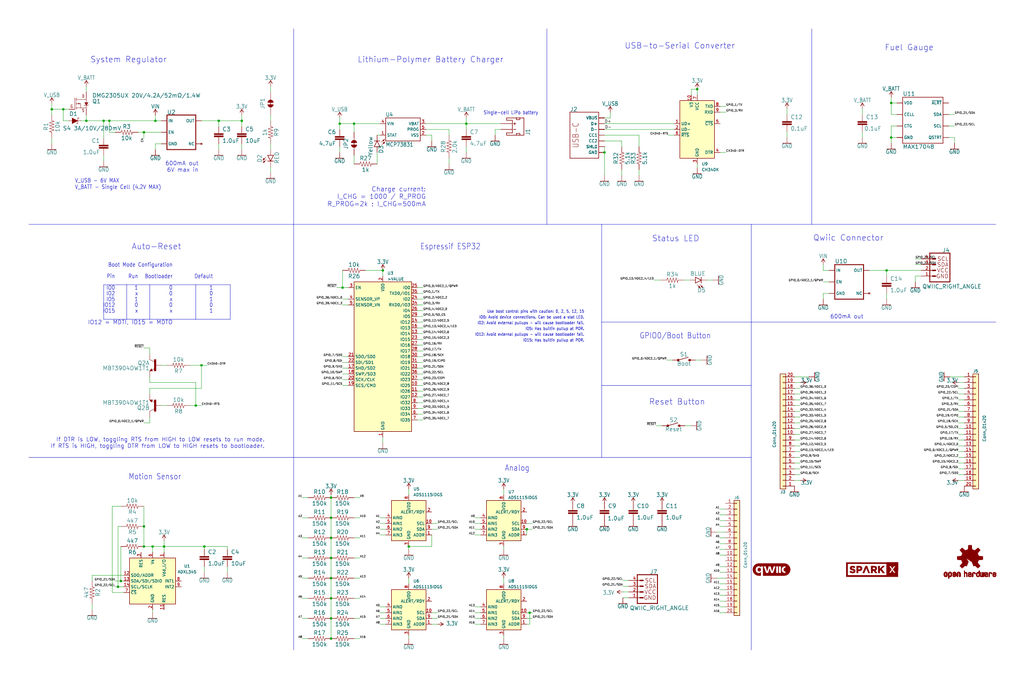
<source format=kicad_sch>
(kicad_sch (version 20230121) (generator eeschema)
  (paper "User" 451.815 299.39)
  (title_block (title "posture") (date "2023-02-28") (rev "0") (company "hasatio"))
  (lib_symbols
    (symbol "Analog_ADC:ADS1115IDGS"
      (property "Reference" "U" (at 2.54 13.97 0))
      (property "Value" "ADS1115IDGS" (at 7.62 11.43 0))
      (symbol "ADS1115IDGS_1_1"
        (pin input line (at 10.16 -5.08 180) (length 2.54) (name "ADDR") (number "1"))
        (pin input line (at 10.16 0 180) (length 2.54) (name "SCL") (number "10"))
        (pin output line (at 10.16 5.08 180) (length 2.54) (name "ALERT/RDY") (number "2"))
        (pin power_in line (at 0 -10.16 90) (length 2.54) (name "GND") (number "3"))
        (pin input line (at -10.16 2.54 0) (length 2.54) (name "AIN0") (number "4"))
        (pin input line (at -10.16 0 0) (length 2.54) (name "AIN1") (number "5"))
        (pin input line (at -10.16 -2.54 0) (length 2.54) (name "AIN2") (number "6"))
        (pin input line (at -10.16 -5.08 0) (length 2.54) (name "AIN3") (number "7"))
        (pin power_in line (at 0 12.7 270) (length 2.54) (name "VDD") (number "8"))
        (pin bidirectional line (at 10.16 -2.54 180) (length 2.54) (name "SDA") (number "9"))
      )
    )
    (symbol "Connector_Generic:Conn_01x20" (pin_names (offset 1.016) hide)
      (property "Reference" "J" (at 0 25.4 0))
      (property "Value" "Conn_01x20" (at 0 -27.94 0))
      (symbol "Conn_01x20_1_1"
        (pin passive line (at -5.08 22.86 0) (length 3.81) (name "Pin_1") (number "1"))
        (pin passive line (at -5.08 0 0) (length 3.81) (name "Pin_10") (number "10"))
        (pin passive line (at -5.08 -2.54 0) (length 3.81) (name "Pin_11") (number "11"))
        (pin passive line (at -5.08 -5.08 0) (length 3.81) (name "Pin_12") (number "12"))
        (pin passive line (at -5.08 -7.62 0) (length 3.81) (name "Pin_13") (number "13"))
        (pin passive line (at -5.08 -10.16 0) (length 3.81) (name "Pin_14") (number "14"))
        (pin passive line (at -5.08 -12.7 0) (length 3.81) (name "Pin_15") (number "15"))
        (pin passive line (at -5.08 -15.24 0) (length 3.81) (name "Pin_16") (number "16"))
        (pin passive line (at -5.08 -17.78 0) (length 3.81) (name "Pin_17") (number "17"))
        (pin passive line (at -5.08 -20.32 0) (length 3.81) (name "Pin_18") (number "18"))
        (pin passive line (at -5.08 -22.86 0) (length 3.81) (name "Pin_19") (number "19"))
        (pin passive line (at -5.08 20.32 0) (length 3.81) (name "Pin_2") (number "2"))
        (pin passive line (at -5.08 -25.4 0) (length 3.81) (name "Pin_20") (number "20"))
        (pin passive line (at -5.08 17.78 0) (length 3.81) (name "Pin_3") (number "3"))
        (pin passive line (at -5.08 15.24 0) (length 3.81) (name "Pin_4") (number "4"))
        (pin passive line (at -5.08 12.7 0) (length 3.81) (name "Pin_5") (number "5"))
        (pin passive line (at -5.08 10.16 0) (length 3.81) (name "Pin_6") (number "6"))
        (pin passive line (at -5.08 7.62 0) (length 3.81) (name "Pin_7") (number "7"))
        (pin passive line (at -5.08 5.08 0) (length 3.81) (name "Pin_8") (number "8"))
        (pin passive line (at -5.08 2.54 0) (length 3.81) (name "Pin_9") (number "9"))
      )
    )
    (symbol "Interface_USB:CH340K"
      (property "Reference" "U3" (at 1.9559 -14.986 0))
      (property "Value" "CH340K" (at 1.9559 -17.526 0))
      (symbol "CH340K_1_1"
        (pin bidirectional line (at -10.16 2.54 0) (length 2.54) (name "UD+") (number "1"))
        (pin passive line (at -2.54 15.24 270) (length 2.54) (name "V3") (number "10"))
        (pin bidirectional line (at -10.16 0 0) (length 2.54) (name "UD-") (number "2"))
        (pin power_in line (at 0 -15.24 90) (length 2.54) (name "GND") (number "3"))
        (pin output line (at 10.16 -10.16 180) (length 2.54) (name "DTR") (number "4"))
        (pin input line (at 10.16 2.54 180) (length 2.54) (name "~{CTS}") (number "5"))
        (pin output line (at -10.16 -2.54 0) (length 2.54) (name "~{RTS}") (number "6"))
        (pin power_in line (at 0 15.24 270) (length 2.54) (name "VCC") (number "7"))
        (pin output line (at 10.16 10.16 180) (length 2.54) (name "TXD") (number "8"))
        (pin input line (at 10.16 7.62 180) (length 2.54) (name "RXD") (number "9"))
      )
    )
    (symbol "RF_Module:ESP32-WROOM-32"
      (property "Reference" "U" (at -12.7 34.29 0))
      (property "Value" "ESP32-WROOM-32" (at 1.27 34.29 0))
      (symbol "ESP32-WROOM-32_1_1"
        (pin power_in line (at 0 -35.56 90) (length 2.54) (name "GND") (number "1"))
        (pin bidirectional line (at 15.24 -12.7 180) (length 2.54) (name "IO25") (number "10"))
        (pin bidirectional line (at 15.24 -15.24 180) (length 2.54) (name "IO26") (number "11"))
        (pin bidirectional line (at 15.24 -17.78 180) (length 2.54) (name "IO27") (number "12"))
        (pin bidirectional line (at 15.24 10.16 180) (length 2.54) (name "IO14") (number "13"))
        (pin bidirectional line (at 15.24 15.24 180) (length 2.54) (name "IO12") (number "14"))
        (pin passive line (at 0 -35.56 90) (length 2.54) hide (name "GND") (number "15"))
        (pin bidirectional line (at 15.24 12.7 180) (length 2.54) (name "IO13") (number "16"))
        (pin bidirectional line (at -15.24 -5.08 0) (length 2.54) (name "SHD/SD2") (number "17"))
        (pin bidirectional line (at -15.24 -7.62 0) (length 2.54) (name "SWP/SD3") (number "18"))
        (pin bidirectional line (at -15.24 -12.7 0) (length 2.54) (name "SCS/CMD") (number "19"))
        (pin power_in line (at 0 35.56 270) (length 2.54) (name "VDD") (number "2"))
        (pin bidirectional line (at -15.24 -10.16 0) (length 2.54) (name "SCK/CLK") (number "20"))
        (pin bidirectional line (at -15.24 0 0) (length 2.54) (name "SDO/SD0") (number "21"))
        (pin bidirectional line (at -15.24 -2.54 0) (length 2.54) (name "SDI/SD1") (number "22"))
        (pin bidirectional line (at 15.24 7.62 180) (length 2.54) (name "IO15") (number "23"))
        (pin bidirectional line (at 15.24 25.4 180) (length 2.54) (name "IO2") (number "24"))
        (pin bidirectional line (at 15.24 30.48 180) (length 2.54) (name "IO0") (number "25"))
        (pin bidirectional line (at 15.24 20.32 180) (length 2.54) (name "IO4") (number "26"))
        (pin bidirectional line (at 15.24 5.08 180) (length 2.54) (name "IO16") (number "27"))
        (pin bidirectional line (at 15.24 2.54 180) (length 2.54) (name "IO17") (number "28"))
        (pin bidirectional line (at 15.24 17.78 180) (length 2.54) (name "IO5") (number "29"))
        (pin input line (at -15.24 30.48 0) (length 2.54) (name "EN") (number "3"))
        (pin bidirectional line (at 15.24 0 180) (length 2.54) (name "IO18") (number "30"))
        (pin bidirectional line (at 15.24 -2.54 180) (length 2.54) (name "IO19") (number "31"))
        (pin no_connect line (at -12.7 -27.94 0) (length 2.54) hide (name "NC") (number "32"))
        (pin bidirectional line (at 15.24 -5.08 180) (length 2.54) (name "IO21") (number "33"))
        (pin bidirectional line (at 15.24 22.86 180) (length 2.54) (name "RXD0/IO3") (number "34"))
        (pin bidirectional line (at 15.24 27.94 180) (length 2.54) (name "TXD0/IO1") (number "35"))
        (pin bidirectional line (at 15.24 -7.62 180) (length 2.54) (name "IO22") (number "36"))
        (pin bidirectional line (at 15.24 -10.16 180) (length 2.54) (name "IO23") (number "37"))
        (pin passive line (at 0 -35.56 90) (length 2.54) hide (name "GND") (number "38"))
        (pin passive line (at 0 -35.56 90) (length 2.54) hide (name "GND") (number "39"))
        (pin input line (at -15.24 25.4 0) (length 2.54) (name "SENSOR_VP") (number "4"))
        (pin input line (at -15.24 22.86 0) (length 2.54) (name "SENSOR_VN") (number "5"))
        (pin input line (at 15.24 -25.4 180) (length 2.54) (name "IO34") (number "6"))
        (pin input line (at 15.24 -27.94 180) (length 2.54) (name "IO35") (number "7"))
        (pin bidirectional line (at 15.24 -20.32 180) (length 2.54) (name "IO32") (number "8"))
        (pin bidirectional line (at 15.24 -22.86 180) (length 2.54) (name "IO33") (number "9"))
      )
    )
    (symbol "Sensor_Motion:ADXL343"
      (property "Reference" "U" (at -8.89 11.43 0))
      (property "Value" "ADXL343" (at -7.62 -11.43 0))
      (symbol "ADXL343_1_1"
        (pin power_in line (at 5.08 12.7 270) (length 2.54) (name "Vdd_I/O") (number "1"))
        (pin no_connect line (at -5.08 -10.16 90) (length 2.54) hide (name "NC") (number "10"))
        (pin passive line (at 5.08 -12.7 90) (length 2.54) (name "RES") (number "11"))
        (pin bidirectional line (at -12.7 2.54 0) (length 2.54) (name "SDO/ADDR") (number "12"))
        (pin bidirectional line (at -12.7 0 0) (length 2.54) (name "SDA/SDI/SDIO") (number "13"))
        (pin input line (at -12.7 -2.54 0) (length 2.54) (name "SCL/SCLK") (number "14"))
        (pin power_in line (at 0 -12.7 90) (length 2.54) (name "GND") (number "2"))
        (pin passive line (at -5.08 12.7 270) (length 2.54) (name "RES") (number "3"))
        (pin passive line (at 0 -12.7 90) (length 2.54) hide (name "GND") (number "4"))
        (pin passive line (at 0 -12.7 90) (length 2.54) hide (name "GND") (number "5"))
        (pin power_in line (at 0 12.7 270) (length 2.54) (name "Vs") (number "6"))
        (pin input line (at -12.7 -5.08 0) (length 2.54) (name "~{CS}") (number "7"))
        (pin output line (at 12.7 0 180) (length 2.54) (name "INT1") (number "8"))
        (pin output line (at 12.7 -2.54 180) (length 2.54) (name "INT2") (number "9"))
      )
    )
    (symbol "SparkFun ESP32 Thing Plus C-eagle-import:0.1UF-0402T-16V-10%"
      (property "Reference" "C" (at 1.524 2.921 0))
      (property "Value" "0.1UF-0402T-16V-10%" (at 1.524 -2.159 0))
      (symbol "0.1UF-0402T-16V-10%_1_0"
        (pin passive line (at 0 5.08 270) (length 2.54) (name "1") (number "1"))
        (pin passive line (at 0 -2.54 90) (length 2.54) (name "2") (number "2"))
      )
    )
    (symbol "SparkFun ESP32 Thing Plus C-eagle-import:0.1UF-0402T-6.3V-10%-X7R"
      (property "Reference" "C" (at 1.524 2.921 0))
      (property "Value" "0.1UF-0402T-6.3V-10%-X7R" (at 1.524 -2.159 0))
      (symbol "0.1UF-0402T-6.3V-10%-X7R_1_0"
        (pin passive line (at 0 5.08 270) (length 2.54) (name "1") (number "1"))
        (pin passive line (at 0 -2.54 90) (length 2.54) (name "2") (number "2"))
      )
    )
    (symbol "SparkFun ESP32 Thing Plus C-eagle-import:1.0UF-0402T-16V-10%"
      (property "Reference" "C" (at 1.524 2.921 0))
      (property "Value" "1.0UF-0402T-16V-10%" (at 1.524 -2.159 0))
      (symbol "1.0UF-0402T-16V-10%_1_0"
        (pin passive line (at 0 5.08 270) (length 2.54) (name "1") (number "1"))
        (pin passive line (at 0 -2.54 90) (length 2.54) (name "2") (number "2"))
      )
    )
    (symbol "SparkFun ESP32 Thing Plus C-eagle-import:10KOHM-0402T-1{slash}16W-1%"
      (property "Reference" "R" (at 0 1.524 0))
      (property "Value" "10KOHM-0402T-1{slash}16W-1%" (at 0 -1.524 0))
      (symbol "10KOHM-0402T-1{slash}16W-1%_1_0"
        (pin passive line (at -5.08 0 0) (length 2.54) (name "1") (number "1"))
        (pin passive line (at 5.08 0 180) (length 2.54) (name "2") (number "2"))
      )
    )
    (symbol "SparkFun ESP32 Thing Plus C-eagle-import:10UF-0402T-6.3V-20%"
      (property "Reference" "C" (at 1.524 2.921 0))
      (property "Value" "10UF-0402T-6.3V-20%" (at 1.524 -2.159 0))
      (symbol "10UF-0402T-6.3V-20%_1_0"
        (pin passive line (at 0 5.08 270) (length 2.54) (name "1") (number "1"))
        (pin passive line (at 0 -2.54 90) (length 2.54) (name "2") (number "2"))
      )
    )
    (symbol "SparkFun ESP32 Thing Plus C-eagle-import:1KOHM-0402T-1{slash}16W-1%"
      (property "Reference" "R" (at 0 1.524 0))
      (property "Value" "1KOHM-0402T-1{slash}16W-1%" (at 0 -1.524 0))
      (symbol "1KOHM-0402T-1{slash}16W-1%_1_0"
        (pin passive line (at -5.08 0 0) (length 2.54) (name "1") (number "1"))
        (pin passive line (at 5.08 0 180) (length 2.54) (name "2") (number "2"))
      )
    )
    (symbol "SparkFun ESP32 Thing Plus C-eagle-import:2.0KOHM-0603-1{slash}10W-5%"
      (property "Reference" "R" (at 0 1.524 0))
      (property "Value" "2.0KOHM-0603-1{slash}10W-5%" (at 0 -1.524 0))
      (symbol "2.0KOHM-0603-1{slash}10W-5%_1_0"
        (pin passive line (at -5.08 0 0) (length 2.54) (name "1") (number "1"))
        (pin passive line (at 5.08 0 180) (length 2.54) (name "2") (number "2"))
      )
    )
    (symbol "SparkFun ESP32 Thing Plus C-eagle-import:3.3V" (power)
      (property "Value" "3.3V" (at 0 2.794 0))
      (symbol "3.3V_1_0"
        (pin power_in line (at 0 0 90) (length 2.54) (name "3.3V") (number "1"))
      )
    )
    (symbol "SparkFun ESP32 Thing Plus C-eagle-import:4.7UF-0402_TIGHT-6.3V-20%-X5R"
      (property "Reference" "C" (at 1.524 2.921 0))
      (property "Value" "4.7UF-0402_TIGHT-6.3V-20%-X5R" (at 1.524 -2.159 0))
      (symbol "4.7UF-0402_TIGHT-6.3V-20%-X5R_1_0"
        (pin passive line (at 0 5.08 270) (length 2.54) (name "1") (number "1"))
        (pin passive line (at 0 -2.54 90) (length 2.54) (name "2") (number "2"))
      )
    )
    (symbol "SparkFun ESP32 Thing Plus C-eagle-import:4.7UF-0603-35V-(20%)"
      (property "Reference" "C" (at 1.524 2.921 0))
      (property "Value" "4.7UF-0603-35V-(20%)" (at 1.524 -2.159 0))
      (symbol "4.7UF-0603-35V-(20%)_1_0"
        (pin passive line (at 0 5.08 270) (length 2.54) (name "1") (number "1"))
        (pin passive line (at 0 -2.54 90) (length 2.54) (name "2") (number "2"))
      )
    )
    (symbol "SparkFun ESP32 Thing Plus C-eagle-import:5.1KOHM-0402T-1{slash}16W-1%"
      (property "Reference" "R" (at 0 1.524 0))
      (property "Value" "5.1KOHM-0402T-1{slash}16W-1%" (at 0 -1.524 0))
      (symbol "5.1KOHM-0402T-1{slash}16W-1%_1_0"
        (pin passive line (at -5.08 0 0) (length 2.54) (name "1") (number "1"))
        (pin passive line (at 5.08 0 180) (length 2.54) (name "2") (number "2"))
      )
    )
    (symbol "SparkFun ESP32 Thing Plus C-eagle-import:DIODE-SCHOTTKY-BAT60A"
      (property "Reference" "D" (at -2.54 2.032 0))
      (property "Value" "DIODE-SCHOTTKY-BAT60A" (at -2.54 -2.032 0))
      (symbol "DIODE-SCHOTTKY-BAT60A_1_0"
        (pin passive line (at -2.54 0 0) (length 0) (name "A") (number "A"))
        (pin passive line (at 2.54 0 180) (length 0) (name "C") (number "C"))
      )
    )
    (symbol "SparkFun ESP32 Thing Plus C-eagle-import:GND" (power)
      (property "Value" "GND" (at 0 -0.254 0))
      (symbol "GND_1_0"
        (pin power_in line (at 0 2.54 270) (length 2.54) (name "GND") (number "1"))
      )
    )
    (symbol "SparkFun ESP32 Thing Plus C-eagle-import:JST_2MM_MALE"
      (property "Reference" "J" (at -2.54 5.842 0))
      (symbol "JST_2MM_MALE_1_0"
        (pin bidirectional line (at 0 -5.08 90) (length 5.08) (name "-") (number "1"))
        (pin bidirectional line (at 2.54 -5.08 90) (length 5.08) (name "+") (number "2"))
        (pin bidirectional line (at -2.54 2.54 90) (length 0) (name "PAD1") (number "NC1"))
        (pin bidirectional line (at 5.08 2.54 90) (length 0) (name "PAD2") (number "NC2"))
      )
    )
    (symbol "SparkFun ESP32 Thing Plus C-eagle-import:JUMPER-SMT_2_NC_TRACE_SILK"
      (property "Reference" "JP" (at -2.54 2.54 0))
      (property "Value" "JUMPER-SMT_2_NC_TRACE_SILK" (at -2.54 -2.54 0))
      (symbol "JUMPER-SMT_2_NC_TRACE_SILK_1_0"
        (pin passive line (at -5.08 0 0) (length 2.54) (name "1") (number "1"))
        (pin passive line (at 5.08 0 180) (length 2.54) (name "2") (number "2"))
      )
    )
    (symbol "SparkFun ESP32 Thing Plus C-eagle-import:LED-BLUE0603"
      (property "Reference" "D" (at -3.429 -4.572 90))
      (property "Value" "LED-BLUE0603" (at 1.905 -4.572 90))
      (symbol "LED-BLUE0603_1_0"
        (pin passive line (at 0 2.54 270) (length 2.54) (name "A") (number "A"))
        (pin passive line (at 0 -5.08 90) (length 2.54) (name "C") (number "C"))
      )
    )
    (symbol "SparkFun ESP32 Thing Plus C-eagle-import:LED-RED0603"
      (property "Reference" "D" (at -3.429 -4.572 90))
      (property "Value" "LED-RED0603" (at 1.905 -4.572 90))
      (symbol "LED-RED0603_1_0"
        (pin passive line (at 0 2.54 270) (length 2.54) (name "A") (number "A"))
        (pin passive line (at 0 -5.08 90) (length 2.54) (name "C") (number "C"))
      )
    )
    (symbol "SparkFun ESP32 Thing Plus C-eagle-import:LED-YELLOW0603"
      (property "Reference" "D" (at -3.429 -4.572 90))
      (property "Value" "LED-YELLOW0603" (at 1.905 -4.572 90))
      (symbol "LED-YELLOW0603_1_0"
        (pin passive line (at 0 2.54 270) (length 2.54) (name "A") (number "A"))
        (pin passive line (at 0 -5.08 90) (length 2.54) (name "C") (number "C"))
      )
    )
    (symbol "SparkFun ESP32 Thing Plus C-eagle-import:MAX17048DFN8"
      (property "Reference" "U" (at -10.16 10.668 0))
      (property "Value" "MAX17048DFN8" (at -10.16 -12.7 0))
      (symbol "MAX17048DFN8_1_0"
        (pin input line (at -12.7 -2.54 0) (length 2.54) (name "CTG") (number "1"))
        (pin input line (at -12.7 2.54 0) (length 2.54) (name "CELL") (number "2"))
        (pin bidirectional line (at -12.7 7.62 0) (length 2.54) (name "VDD") (number "3"))
        (pin bidirectional line (at -12.7 -7.62 0) (length 2.54) (name "GND") (number "4"))
        (pin bidirectional line (at 10.16 7.62 180) (length 2.54) (name "~{ALRT}") (number "5"))
        (pin bidirectional line (at 10.16 -7.62 180) (length 2.54) (name "QSTRT") (number "6"))
        (pin output line (at 10.16 -2.54 180) (length 2.54) (name "SCL") (number "7"))
        (pin input line (at 10.16 2.54 180) (length 2.54) (name "SDA") (number "8"))
        (pin bidirectional line (at -12.7 -7.62 0) (length 2.54) (name "GND") (number "9"))
      )
    )
    (symbol "SparkFun ESP32 Thing Plus C-eagle-import:MCP73831"
      (property "Reference" "U" (at -7.62 5.588 0))
      (property "Value" "MCP73831" (at -7.62 -7.62 0))
      (symbol "MCP73831_1_0"
        (pin output line (at -10.16 -2.54 0) (length 2.54) (name "STAT") (number "1"))
        (pin power_in line (at 10.16 -2.54 180) (length 2.54) (name "VSS") (number "2"))
        (pin power_in line (at 10.16 2.54 180) (length 2.54) (name "VBAT") (number "3"))
        (pin power_in line (at -10.16 2.54 0) (length 2.54) (name "VIN") (number "4"))
        (pin input line (at 10.16 0 180) (length 2.54) (name "PROG") (number "5"))
      )
    )
    (symbol "SparkFun ESP32 Thing Plus C-eagle-import:MOMENTARY-SWITCH-SPST-SMD-4.6X2.8MM"
      (property "Reference" "S" (at 0 1.524 0))
      (property "Value" "MOMENTARY-SWITCH-SPST-SMD-4.6X2.8MM" (at 0 -0.508 0))
      (symbol "MOMENTARY-SWITCH-SPST-SMD-4.6X2.8MM_1_0"
        (pin passive line (at -5.08 0 0) (length 2.54) (name "1") (number "1"))
        (pin passive line (at -5.08 0 0) (length 2.54) (name "1") (number "2"))
        (pin passive line (at 5.08 0 180) (length 2.54) (name "2") (number "3"))
        (pin passive line (at 5.08 0 180) (length 2.54) (name "2") (number "4"))
      )
    )
    (symbol "SparkFun ESP32 Thing Plus C-eagle-import:MOSFET_PCH-DMG2305UX-7"
      (property "Reference" "Q" (at 5.08 0 0))
      (property "Value" "MOSFET_PCH-DMG2305UX-7" (at 5.08 -2.54 0))
      (symbol "MOSFET_PCH-DMG2305UX-7_1_0"
        (text "D" (at 0.508 2.54 0) (effects (font (size 1.27 1.0795)) (justify left bottom)))
        (text "G" (at -3.302 -0.508 0) (effects (font (size 1.27 1.0795)) (justify right top)))
        (text "S" (at 0.508 -3.81 0) (effects (font (size 1.27 1.0795)) (justify left bottom)))
        (pin bidirectional line (at -5.08 -2.54 0) (length 2.54) (name "G") (number "1"))
        (pin bidirectional line (at 2.54 -5.08 90) (length 2.54) (name "S") (number "2"))
        (pin bidirectional line (at 2.54 5.08 270) (length 2.54) (name "D") (number "3"))
      )
    )
    (symbol "SparkFun ESP32 Thing Plus C-eagle-import:OSHW-LOGOMINI")
    (symbol "SparkFun ESP32 Thing Plus C-eagle-import:QWIIC_CONNECTORJS-1MM"
      (property "Reference" "J" (at -5.08 7.874 0))
      (property "Value" "QWIIC_CONNECTORJS-1MM" (at -5.08 -5.334 0))
      (symbol "QWIIC_CONNECTORJS-1MM_1_0"
        (text "GND" (at -4.572 -2.54 0) (effects (font (size 1.778 1.778)) (justify left)))
        (text "SCL" (at -4.572 5.08 0) (effects (font (size 1.778 1.778)) (justify left)))
        (text "SDA" (at -4.572 2.54 0) (effects (font (size 1.778 1.778)) (justify left)))
        (text "VCC" (at -4.572 0 0) (effects (font (size 1.778 1.778)) (justify left)))
        (pin power_in line (at 7.62 -2.54 180) (length 5.08) (name "1") (number "1"))
        (pin power_in line (at 7.62 0 180) (length 5.08) (name "2") (number "2"))
        (pin passive line (at 7.62 2.54 180) (length 5.08) (name "3") (number "3"))
        (pin passive line (at 7.62 5.08 180) (length 5.08) (name "4") (number "4"))
      )
    )
    (symbol "SparkFun ESP32 Thing Plus C-eagle-import:QWIIC_LOGO_4MM")
    (symbol "SparkFun ESP32 Thing Plus C-eagle-import:SPARKX-LOGO4")
    (symbol "SparkFun ESP32 Thing Plus C-eagle-import:TRANS_NPN_DUAL-MBT3904DW1T1"
      (property "Reference" "Q" (at 2.54 0 0))
      (property "Value" "TRANS_NPN_DUAL-MBT3904DW1T1" (at 2.54 -2.286 0))
      (symbol "TRANS_NPN_DUAL-MBT3904DW1T1_1_0"
        (pin passive line (at 2.54 5.08 270) (length 2.54) (name "C") (number "3"))
        (pin passive line (at 2.54 -5.08 90) (length 2.54) (name "E") (number "4"))
        (pin passive line (at -2.54 0 0) (length 2.54) (name "B") (number "5"))
      )
      (symbol "TRANS_NPN_DUAL-MBT3904DW1T1_2_0"
        (pin passive line (at 2.54 -5.08 90) (length 2.54) (name "E") (number "1"))
        (pin passive line (at -2.54 0 0) (length 2.54) (name "B") (number "2"))
        (pin passive line (at 2.54 5.08 270) (length 2.54) (name "C") (number "6"))
      )
    )
    (symbol "SparkFun ESP32 Thing Plus C-eagle-import:USB_C_2-LAYER_PADS"
      (property "Reference" "J" (at -2.54 10.414 0))
      (property "Value" "USB_C_2-LAYER_PADS" (at -2.54 -12.446 0))
      (symbol "USB_C_2-LAYER_PADS_1_0"
        (text "USB-C" (at 0 0 900) (effects (font (size 2.54 2.159))))
        (pin bidirectional line (at 12.7 0 180) (length 2.54) (name "CC1") (number "A5"))
        (pin bidirectional line (at 12.7 5.08 180) (length 2.54) (name "D+") (number "A6"))
        (pin bidirectional line (at 12.7 2.54 180) (length 2.54) (name "D-") (number "A7"))
        (pin bidirectional line (at 12.7 -2.54 180) (length 2.54) (name "CC2") (number "B5"))
        (pin bidirectional line (at 12.7 5.08 180) (length 2.54) (name "D+") (number "B6"))
        (pin bidirectional line (at 12.7 2.54 180) (length 2.54) (name "D-") (number "B7"))
        (pin bidirectional line (at 12.7 -7.62 180) (length 2.54) (name "GND") (number "GND"))
        (pin bidirectional line (at 12.7 -7.62 180) (length 2.54) (name "GND") (number "GND2"))
        (pin bidirectional line (at 12.7 -5.08 180) (length 2.54) (name "SHLD") (number "SHLD1"))
        (pin bidirectional line (at 12.7 -5.08 180) (length 2.54) (name "SHLD") (number "SHLD2"))
        (pin bidirectional line (at 12.7 -5.08 180) (length 2.54) (name "SHLD") (number "SHLD3"))
        (pin bidirectional line (at 12.7 -5.08 180) (length 2.54) (name "SHLD") (number "SHLD4"))
        (pin bidirectional line (at 12.7 7.62 180) (length 2.54) (name "VBUS") (number "VBUS1"))
        (pin bidirectional line (at 12.7 7.62 180) (length 2.54) (name "VBUS") (number "VBUS2"))
      )
    )
    (symbol "SparkFun ESP32 Thing Plus C-eagle-import:VIN" (power)
      (property "Value" "VIN" (at 0 2.794 0))
      (symbol "VIN_1_0"
        (pin power_in line (at 0 0 90) (length 2.54) (name "VIN") (number "1"))
      )
    )
    (symbol "SparkFun ESP32 Thing Plus C-eagle-import:V_BATT" (power)
      (property "Value" "V_BATT" (at 0 2.794 0))
      (symbol "V_BATT_1_0"
        (pin power_in line (at 0 0 90) (length 2.54) (name "V_BATT") (number "1"))
      )
    )
    (symbol "SparkFun ESP32 Thing Plus C-eagle-import:V_REG_AP2112K-3.3V"
      (property "Reference" "U" (at -7.62 7.874 0))
      (property "Value" "V_REG_AP2112K-3.3V" (at -7.62 -7.874 0))
      (symbol "V_REG_AP2112K-3.3V_1_0"
        (pin input line (at -10.16 5.08 0) (length 2.54) (name "IN") (number "1"))
        (pin input line (at -10.16 -5.08 0) (length 2.54) (name "GND") (number "2"))
        (pin input line (at -10.16 0 0) (length 2.54) (name "EN") (number "3"))
        (pin no_connect line (at 7.62 -5.08 180) (length 2.54) (name "NC") (number "4"))
        (pin passive line (at 7.62 5.08 180) (length 2.54) (name "OUT") (number "5"))
      )
    )
    (symbol "SparkFun ESP32 Thing Plus C-eagle-import:V_USB" (power)
      (property "Value" "V_USB" (at 0 2.794 0))
      (symbol "V_USB_1_0"
        (pin power_in line (at 0 0 90) (length 2.54) (name "V_USB") (number "1"))
      )
    )
  )
  (junction (at 146.05 237.49))
  (junction (at 52.07 259.08))
  (junction (at 45.72 53.34))
  (junction (at 151.13 127))
  (junction (at 146.05 228.6))
  (junction (at 149.86 54.61))
  (junction (at 63.5 241.3))
  (junction (at 180.34 241.3))
  (junction (at 146.05 219.71))
  (junction (at 266.7 67.31))
  (junction (at 146.05 246.38))
  (junction (at 233.68 270.51))
  (junction (at 168.91 119.38))
  (junction (at 146.05 264.16))
  (junction (at 307.594 39.37))
  (junction (at 88.9 161.29))
  (junction (at 63.5 58.42))
  (junction (at 205.74 54.61))
  (junction (at 90.17 241.3))
  (junction (at 86.36 179.07))
  (junction (at 391.16 119.38))
  (junction (at 27.94 48.26))
  (junction (at 38.1 53.34))
  (junction (at 48.26 53.34))
  (junction (at 393.192 60.706))
  (junction (at 393.192 45.466))
  (junction (at 72.39 241.3))
  (junction (at 63.5 232.41))
  (junction (at 146.05 255.27))
  (junction (at 106.68 53.34))
  (junction (at 146.05 273.05))
  (junction (at 146.05 281.94))
  (junction (at 22.86 48.26))
  (junction (at 67.31 241.3))
  (junction (at 232.41 233.68))
  (junction (at 68.58 53.34))
  (junction (at 96.52 53.34))
  (junction (at 156.21 54.61))
  (junction (at 53.34 256.54))
  (wire (pts (xy 151.13 167.64) (xy 153.67 167.64)))
  (wire (pts (xy 186.69 144.78) (xy 184.15 144.78)))
  (wire (pts (xy 350.52 201.93) (xy 353.06 201.93)))
  (wire (pts (xy 421.132 60.706) (xy 421.132 63.246)))
  (wire (pts (xy 133.35 255.27) (xy 135.89 255.27)))
  (wire (pts (xy 151.13 134.62) (xy 153.67 134.62)))
  (wire (pts (xy 317.5 245.11) (xy 320.04 245.11)))
  (polyline (pts (xy 331.47 142.24) (xy 439.42 142.24)))
  (wire (pts (xy 88.9 171.45) (xy 88.9 161.29)))
  (wire (pts (xy 380.492 58.166) (xy 380.492 60.706)))
  (wire (pts (xy 151.13 165.1) (xy 153.67 165.1)))
  (wire (pts (xy 167.64 270.51) (xy 170.18 270.51)))
  (wire (pts (xy 168.91 119.38) (xy 168.91 121.92)))
  (wire (pts (xy 153.67 127) (xy 151.13 127)))
  (wire (pts (xy 350.52 171.45) (xy 353.06 171.45)))
  (wire (pts (xy 186.69 134.62) (xy 184.15 134.62)))
  (wire (pts (xy 422.91 199.39) (xy 425.45 199.39)))
  (wire (pts (xy 347.218 58.166) (xy 347.218 60.706)))
  (wire (pts (xy 52.07 259.08) (xy 54.61 259.08)))
  (wire (pts (xy 68.58 53.34) (xy 48.26 53.34)))
  (wire (pts (xy 158.75 219.71) (xy 156.21 219.71)))
  (wire (pts (xy 418.592 55.626) (xy 421.132 55.626)))
  (wire (pts (xy 68.58 53.34) (xy 68.58 50.8)))
  (wire (pts (xy 71.12 63.5) (xy 68.58 63.5)))
  (polyline (pts (xy 265.43 170.18) (xy 331.47 170.18)))
  (polyline (pts (xy 101.6 125.73) (xy 101.6 140.97)))
  (wire (pts (xy 422.91 186.69) (xy 425.45 186.69)))
  (wire (pts (xy 422.91 204.47) (xy 425.45 204.47)))
  (wire (pts (xy 53.34 241.3) (xy 53.34 256.54)))
  (wire (pts (xy 383.54 119.38) (xy 391.16 119.38)))
  (wire (pts (xy 209.55 270.51) (xy 212.09 270.51)))
  (wire (pts (xy 395.732 50.546) (xy 393.192 50.546)))
  (wire (pts (xy 198.12 57.15) (xy 198.12 59.69)))
  (wire (pts (xy 146.05 219.71) (xy 146.05 228.6)))
  (wire (pts (xy 187.96 59.69) (xy 190.5 59.69)))
  (wire (pts (xy 350.52 168.91) (xy 353.06 168.91)))
  (wire (pts (xy 66.04 186.69) (xy 63.5 186.69)))
  (wire (pts (xy 307.594 39.37) (xy 305.054 39.37)))
  (wire (pts (xy 52.07 232.41) (xy 52.07 259.08)))
  (wire (pts (xy 266.7 54.61) (xy 297.434 54.61)))
  (polyline (pts (xy 129.54 201.93) (xy 265.43 201.93)))
  (polyline (pts (xy 45.72 140.97) (xy 45.72 125.73)))
  (wire (pts (xy 274.32 77.47) (xy 274.32 74.93)))
  (wire (pts (xy 86.36 168.91) (xy 66.04 168.91)))
  (wire (pts (xy 38.1 38.1) (xy 38.1 40.64)))
  (wire (pts (xy 50.8 259.08) (xy 52.07 259.08)))
  (wire (pts (xy 151.13 132.08) (xy 153.67 132.08)))
  (wire (pts (xy 40.64 269.24) (xy 40.64 266.7)))
  (wire (pts (xy 149.86 67.31) (xy 149.86 64.77)))
  (wire (pts (xy 418.592 50.546) (xy 421.132 50.546)))
  (wire (pts (xy 156.21 54.61) (xy 167.64 54.61)))
  (wire (pts (xy 350.52 191.77) (xy 353.06 191.77)))
  (wire (pts (xy 22.86 63.5) (xy 22.86 60.96)))
  (wire (pts (xy 186.69 149.86) (xy 184.15 149.86)))
  (wire (pts (xy 190.5 59.69) (xy 190.5 62.23)))
  (wire (pts (xy 86.36 179.07) (xy 88.9 179.07)))
  (wire (pts (xy 350.52 207.01) (xy 353.06 207.01)))
  (wire (pts (xy 73.66 179.07) (xy 71.12 179.07)))
  (wire (pts (xy 316.23 255.27) (xy 320.04 255.27)))
  (wire (pts (xy 186.69 185.42) (xy 184.15 185.42)))
  (wire (pts (xy 63.5 58.42) (xy 63.5 60.96)))
  (wire (pts (xy 149.86 54.61) (xy 149.86 52.07)))
  (wire (pts (xy 306.832 159.004) (xy 309.372 159.004)))
  (wire (pts (xy 209.55 267.97) (xy 212.09 267.97)))
  (wire (pts (xy 317.5 252.73) (xy 320.04 252.73)))
  (wire (pts (xy 205.74 54.61) (xy 187.96 54.61)))
  (wire (pts (xy 205.74 57.15) (xy 205.74 54.61)))
  (wire (pts (xy 73.66 161.29) (xy 71.12 161.29)))
  (wire (pts (xy 133.35 228.6) (xy 135.89 228.6)))
  (wire (pts (xy 233.68 270.51) (xy 232.41 270.51)))
  (wire (pts (xy 27.94 53.34) (xy 30.48 53.34)))
  (wire (pts (xy 391.16 119.38) (xy 406.4 119.38)))
  (wire (pts (xy 266.7 62.23) (xy 274.32 62.23)))
  (wire (pts (xy 146.05 228.6) (xy 146.05 237.49)))
  (wire (pts (xy 53.34 256.54) (xy 54.61 256.54)))
  (wire (pts (xy 151.13 119.38) (xy 151.13 127)))
  (wire (pts (xy 314.452 123.698) (xy 311.912 123.698)))
  (wire (pts (xy 395.732 55.626) (xy 393.192 55.626)))
  (wire (pts (xy 266.7 67.31) (xy 266.7 77.47)))
  (wire (pts (xy 186.69 180.34) (xy 184.15 180.34)))
  (wire (pts (xy 187.96 57.15) (xy 198.12 57.15)))
  (wire (pts (xy 158.75 237.49) (xy 156.21 237.49)))
  (wire (pts (xy 320.294 67.31) (xy 317.754 67.31)))
  (wire (pts (xy 274.828 261.366) (xy 277.368 261.366)))
  (wire (pts (xy 167.64 233.68) (xy 170.18 233.68)))
  (wire (pts (xy 274.32 62.23) (xy 274.32 64.77)))
  (wire (pts (xy 209.55 275.59) (xy 212.09 275.59)))
  (wire (pts (xy 167.64 267.97) (xy 170.18 267.97)))
  (wire (pts (xy 50.8 256.54) (xy 53.34 256.54)))
  (wire (pts (xy 350.52 189.23) (xy 353.06 189.23)))
  (wire (pts (xy 393.192 60.706) (xy 393.192 63.246)))
  (wire (pts (xy 146.05 264.16) (xy 146.05 273.05)))
  (polyline (pts (xy 86.36 125.73) (xy 86.36 140.97)))
  (wire (pts (xy 133.35 219.71) (xy 135.89 219.71)))
  (wire (pts (xy 88.9 161.29) (xy 91.44 161.29)))
  (wire (pts (xy 63.5 58.42) (xy 71.12 58.42)))
  (wire (pts (xy 90.17 241.3) (xy 90.17 242.57)))
  (wire (pts (xy 347.218 48.006) (xy 347.218 50.546)))
  (wire (pts (xy 205.74 67.31) (xy 205.74 64.77)))
  (wire (pts (xy 380.492 48.006) (xy 380.492 50.546)))
  (wire (pts (xy 96.52 66.04) (xy 96.52 63.5)))
  (wire (pts (xy 38.1 53.34) (xy 45.72 53.34)))
  (wire (pts (xy 266.7 59.69) (xy 281.94 59.69)))
  (polyline (pts (xy 331.47 287.02) (xy 331.47 201.93)))
  (wire (pts (xy 186.69 137.16) (xy 184.15 137.16)))
  (wire (pts (xy 22.86 50.8) (xy 22.86 48.26)))
  (wire (pts (xy 209.55 228.6) (xy 212.09 228.6)))
  (wire (pts (xy 297.434 59.69) (xy 294.894 59.69)))
  (wire (pts (xy 168.91 195.58) (xy 168.91 193.04)))
  (wire (pts (xy 149.86 54.61) (xy 156.21 54.61)))
  (wire (pts (xy 277.368 263.906) (xy 274.828 263.906)))
  (wire (pts (xy 317.5 260.35) (xy 320.04 260.35)))
  (wire (pts (xy 198.12 69.85) (xy 198.12 72.39)))
  (wire (pts (xy 151.13 170.18) (xy 153.67 170.18)))
  (wire (pts (xy 133.35 264.16) (xy 135.89 264.16)))
  (wire (pts (xy 180.34 242.57) (xy 180.34 241.3)))
  (wire (pts (xy 422.91 168.91) (xy 425.45 168.91)))
  (wire (pts (xy 151.13 160.02) (xy 153.67 160.02)))
  (wire (pts (xy 63.5 241.3) (xy 67.31 241.3)))
  (wire (pts (xy 180.34 281.94) (xy 180.34 280.67)))
  (polyline (pts (xy 265.43 99.06) (xy 331.47 99.06)))
  (wire (pts (xy 72.39 238.76) (xy 72.39 241.3)))
  (wire (pts (xy 146.05 237.49) (xy 146.05 246.38)))
  (wire (pts (xy 119.38 38.1) (xy 119.38 40.64)))
  (wire (pts (xy 90.17 241.3) (xy 72.39 241.3)))
  (wire (pts (xy 119.38 63.5) (xy 119.38 66.04)))
  (wire (pts (xy 350.52 209.55) (xy 353.06 209.55)))
  (wire (pts (xy 119.38 50.8) (xy 119.38 53.34)))
  (wire (pts (xy 317.754 49.53) (xy 320.294 49.53)))
  (wire (pts (xy 45.72 53.34) (xy 45.72 60.96)))
  (wire (pts (xy 193.04 233.68) (xy 190.5 233.68)))
  (wire (pts (xy 422.91 209.55) (xy 425.45 209.55)))
  (wire (pts (xy 40.64 254) (xy 40.64 256.54)))
  (wire (pts (xy 158.75 273.05) (xy 156.21 273.05)))
  (wire (pts (xy 186.69 142.24) (xy 184.15 142.24)))
  (wire (pts (xy 350.52 176.53) (xy 353.06 176.53)))
  (wire (pts (xy 158.75 228.6) (xy 156.21 228.6)))
  (polyline (pts (xy 86.36 140.97) (xy 66.04 140.97)))
  (wire (pts (xy 317.5 267.97) (xy 320.04 267.97)))
  (wire (pts (xy 186.69 129.54) (xy 184.15 129.54)))
  (wire (pts (xy 422.91 176.53) (xy 425.45 176.53)))
  (wire (pts (xy 167.64 275.59) (xy 170.18 275.59)))
  (wire (pts (xy 66.04 186.69) (xy 66.04 184.15)))
  (wire (pts (xy 209.55 273.05) (xy 212.09 273.05)))
  (wire (pts (xy 422.91 171.45) (xy 425.45 171.45)))
  (wire (pts (xy 90.17 252.73) (xy 90.17 250.19)))
  (wire (pts (xy 218.44 57.15) (xy 220.98 57.15)))
  (wire (pts (xy 186.69 152.4) (xy 184.15 152.4)))
  (polyline (pts (xy 45.72 125.73) (xy 55.88 125.73)))
  (wire (pts (xy 66.04 156.21) (xy 66.04 153.67)))
  (wire (pts (xy 393.192 45.466) (xy 393.192 42.926)))
  (wire (pts (xy 166.37 67.31) (xy 166.37 72.39)))
  (wire (pts (xy 106.68 50.8) (xy 106.68 53.34)))
  (polyline (pts (xy 12.7 99.06) (xy 129.54 99.06)))
  (wire (pts (xy 146.05 255.27) (xy 146.05 264.16)))
  (wire (pts (xy 317.5 227.33) (xy 320.04 227.33)))
  (wire (pts (xy 393.192 50.546) (xy 393.192 45.466)))
  (wire (pts (xy 133.35 281.94) (xy 135.89 281.94)))
  (wire (pts (xy 186.69 127) (xy 184.15 127)))
  (wire (pts (xy 53.34 232.41) (xy 52.07 232.41)))
  (wire (pts (xy 406.4 114.3) (xy 403.86 114.3)))
  (polyline (pts (xy 241.3 99.06) (xy 265.43 99.06)))
  (wire (pts (xy 166.37 59.69) (xy 167.64 59.69)))
  (wire (pts (xy 365.76 119.38) (xy 363.22 119.38)))
  (polyline (pts (xy 331.47 201.93) (xy 331.47 170.18)))
  (wire (pts (xy 35.56 53.34) (xy 38.1 53.34)))
  (wire (pts (xy 350.52 179.07) (xy 353.06 179.07)))
  (wire (pts (xy 422.91 194.31) (xy 425.45 194.31)))
  (wire (pts (xy 68.58 63.5) (xy 68.58 66.04)))
  (wire (pts (xy 180.34 255.27) (xy 180.34 257.81)))
  (wire (pts (xy 363.22 119.38) (xy 363.22 116.84)))
  (polyline (pts (xy 129.54 99.06) (xy 129.54 287.02)))
  (polyline (pts (xy 86.36 125.73) (xy 101.6 125.73)))
  (polyline (pts (xy 331.47 99.06) (xy 358.14 99.06)))
  (wire (pts (xy 317.5 229.87) (xy 320.04 229.87)))
  (wire (pts (xy 27.94 48.26) (xy 22.86 48.26)))
  (wire (pts (xy 22.86 45.72) (xy 22.86 48.26)))
  (polyline (pts (xy 55.88 125.73) (xy 66.04 125.73)))
  (wire (pts (xy 60.96 58.42) (xy 63.5 58.42)))
  (polyline (pts (xy 265.43 142.24) (xy 265.43 99.06)))
  (wire (pts (xy 363.22 129.54) (xy 363.22 132.08)))
  (wire (pts (xy 186.69 154.94) (xy 184.15 154.94)))
  (wire (pts (xy 222.25 255.27) (xy 222.25 257.81)))
  (wire (pts (xy 274.828 258.826) (xy 277.368 258.826)))
  (wire (pts (xy 27.94 48.26) (xy 27.94 53.34)))
  (wire (pts (xy 316.23 234.95) (xy 320.04 234.95)))
  (wire (pts (xy 158.75 281.94) (xy 156.21 281.94)))
  (wire (pts (xy 422.91 173.99) (xy 425.45 173.99)))
  (wire (pts (xy 391.16 119.38) (xy 391.16 121.92)))
  (wire (pts (xy 96.52 53.34) (xy 106.68 53.34)))
  (wire (pts (xy 186.69 157.48) (xy 184.15 157.48)))
  (wire (pts (xy 317.754 46.99) (xy 320.294 46.99)))
  (wire (pts (xy 149.86 54.61) (xy 149.86 57.15)))
  (wire (pts (xy 266.7 57.15) (xy 297.434 57.15)))
  (wire (pts (xy 363.22 124.46) (xy 365.76 124.46)))
  (wire (pts (xy 393.192 55.626) (xy 393.192 60.706)))
  (wire (pts (xy 133.35 246.38) (xy 135.89 246.38)))
  (wire (pts (xy 190.5 241.3) (xy 180.34 241.3)))
  (polyline (pts (xy 129.54 99.06) (xy 241.3 99.06)))
  (wire (pts (xy 186.69 132.08) (xy 184.15 132.08)))
  (wire (pts (xy 232.41 275.59) (xy 233.68 275.59)))
  (wire (pts (xy 205.74 52.07) (xy 205.74 54.61)))
  (polyline (pts (xy 55.88 140.97) (xy 45.72 140.97)))
  (wire (pts (xy 146.05 246.38) (xy 146.05 255.27)))
  (wire (pts (xy 186.69 165.1) (xy 184.15 165.1)))
  (wire (pts (xy 167.64 231.14) (xy 170.18 231.14)))
  (wire (pts (xy 222.25 242.57) (xy 222.25 241.3)))
  (polyline (pts (xy 129.54 12.7) (xy 129.54 99.06)))
  (polyline (pts (xy 331.47 142.24) (xy 331.47 142.24)))
  (polyline (pts (xy 331.47 170.18) (xy 331.47 142.24)))
  (wire (pts (xy 193.04 231.14) (xy 190.5 231.14)))
  (wire (pts (xy 317.5 270.51) (xy 320.04 270.51)))
  (wire (pts (xy 86.36 179.07) (xy 86.36 168.91)))
  (wire (pts (xy 156.21 68.58) (xy 156.21 72.39)))
  (wire (pts (xy 209.55 233.68) (xy 212.09 233.68)))
  (wire (pts (xy 72.39 243.84) (xy 72.39 241.3)))
  (wire (pts (xy 48.26 53.34) (xy 45.72 53.34)))
  (wire (pts (xy 406.4 116.84) (xy 403.86 116.84)))
  (wire (pts (xy 100.33 252.73) (xy 100.33 250.19)))
  (wire (pts (xy 422.91 212.09) (xy 425.45 212.09)))
  (wire (pts (xy 222.25 215.9) (xy 222.25 218.44)))
  (wire (pts (xy 67.31 241.3) (xy 67.31 243.84)))
  (polyline (pts (xy 66.04 125.73) (xy 66.04 140.97)))
  (polyline (pts (xy 66.04 125.73) (xy 86.36 125.73)))
  (wire (pts (xy 30.48 48.26) (xy 27.94 48.26)))
  (wire (pts (xy 38.1 50.8) (xy 38.1 53.34)))
  (wire (pts (xy 133.35 237.49) (xy 135.89 237.49)))
  (wire (pts (xy 151.13 157.48) (xy 153.67 157.48)))
  (wire (pts (xy 186.69 175.26) (xy 184.15 175.26)))
  (wire (pts (xy 288.544 123.698) (xy 291.592 123.698)))
  (wire (pts (xy 418.592 60.706) (xy 421.132 60.706)))
  (wire (pts (xy 88.9 53.34) (xy 96.52 53.34)))
  (wire (pts (xy 193.04 275.59) (xy 190.5 275.59)))
  (wire (pts (xy 158.75 264.16) (xy 156.21 264.16)))
  (wire (pts (xy 422.91 184.15) (xy 425.45 184.15)))
  (wire (pts (xy 66.04 171.45) (xy 88.9 171.45)))
  (wire (pts (xy 96.52 53.34) (xy 96.52 55.88)))
  (wire (pts (xy 317.5 257.81) (xy 320.04 257.81)))
  (wire (pts (xy 350.52 212.09) (xy 353.06 212.09)))
  (wire (pts (xy 186.69 139.7) (xy 184.15 139.7)))
  (wire (pts (xy 304.292 123.698) (xy 301.752 123.698)))
  (wire (pts (xy 422.91 196.85) (xy 425.45 196.85)))
  (wire (pts (xy 406.4 121.92) (xy 403.86 121.92)))
  (wire (pts (xy 156.21 54.61) (xy 156.21 58.42)))
  (wire (pts (xy 167.64 273.05) (xy 170.18 273.05)))
  (wire (pts (xy 133.35 273.05) (xy 135.89 273.05)))
  (wire (pts (xy 209.55 236.22) (xy 212.09 236.22)))
  (wire (pts (xy 63.5 232.41) (xy 63.5 241.3)))
  (wire (pts (xy 151.13 162.56) (xy 153.67 162.56)))
  (wire (pts (xy 218.44 57.15) (xy 218.44 59.69)))
  (wire (pts (xy 119.38 76.2) (xy 119.38 73.66)))
  (wire (pts (xy 350.52 204.47) (xy 353.06 204.47)))
  (wire (pts (xy 66.04 173.99) (xy 66.04 171.45)))
  (wire (pts (xy 209.55 231.14) (xy 212.09 231.14)))
  (wire (pts (xy 350.52 184.15) (xy 353.06 184.15)))
  (wire (pts (xy 350.52 196.85) (xy 353.06 196.85)))
  (wire (pts (xy 66.04 168.91) (xy 66.04 166.37)))
  (wire (pts (xy 422.91 191.77) (xy 425.45 191.77)))
  (wire (pts (xy 234.95 273.05) (xy 232.41 273.05)))
  (wire (pts (xy 186.69 177.8) (xy 184.15 177.8)))
  (wire (pts (xy 161.29 119.38) (xy 168.91 119.38)))
  (wire (pts (xy 49.53 261.62) (xy 54.61 261.62)))
  (wire (pts (xy 365.76 129.54) (xy 363.22 129.54)))
  (wire (pts (xy 233.68 275.59) (xy 233.68 270.51)))
  (wire (pts (xy 54.61 254) (xy 40.64 254)))
  (wire (pts (xy 419.1 166.37) (xy 425.45 166.37)))
  (wire (pts (xy 83.82 161.29) (xy 88.9 161.29)))
  (wire (pts (xy 277.368 256.286) (xy 274.828 256.286)))
  (wire (pts (xy 180.34 215.9) (xy 180.34 218.44)))
  (wire (pts (xy 45.72 68.58) (xy 45.72 71.12)))
  (polyline (pts (xy 265.43 170.18) (xy 265.43 142.24)))
  (wire (pts (xy 350.52 173.99) (xy 353.06 173.99)))
  (wire (pts (xy 234.95 270.51) (xy 233.68 270.51)))
  (wire (pts (xy 151.13 127) (xy 148.59 127)))
  (wire (pts (xy 186.69 162.56) (xy 184.15 162.56)))
  (polyline (pts (xy 101.6 140.97) (xy 86.36 140.97)))
  (wire (pts (xy 317.5 232.41) (xy 320.04 232.41)))
  (wire (pts (xy 146.05 218.44) (xy 146.05 219.71)))
  (wire (pts (xy 269.24 52.07) (xy 269.24 49.53)))
  (polyline (pts (xy 265.43 170.18) (xy 265.43 201.93)))
  (wire (pts (xy 350.52 166.37) (xy 356.87 166.37)))
  (wire (pts (xy 193.04 273.05) (xy 190.5 273.05)))
  (wire (pts (xy 100.33 242.57) (xy 100.33 241.3)))
  (wire (pts (xy 350.52 194.31) (xy 353.06 194.31)))
  (wire (pts (xy 186.69 170.18) (xy 184.15 170.18)))
  (wire (pts (xy 106.68 53.34) (xy 106.68 55.88)))
  (wire (pts (xy 106.68 66.04) (xy 106.68 63.5)))
  (polyline (pts (xy 358.14 12.7) (xy 358.14 99.06)))
  (wire (pts (xy 83.82 179.07) (xy 86.36 179.07)))
  (wire (pts (xy 53.34 223.52) (xy 49.53 223.52)))
  (wire (pts (xy 317.5 240.03) (xy 320.04 240.03)))
  (wire (pts (xy 296.672 159.004) (xy 294.132 159.004)))
  (wire (pts (xy 158.75 255.27) (xy 156.21 255.27)))
  (wire (pts (xy 186.69 172.72) (xy 184.15 172.72)))
  (wire (pts (xy 67.31 241.3) (xy 72.39 241.3)))
  (wire (pts (xy 350.52 199.39) (xy 353.06 199.39)))
  (wire (pts (xy 292.1 187.96) (xy 289.56 187.96)))
  (wire (pts (xy 281.94 77.47) (xy 281.94 74.93)))
  (wire (pts (xy 307.594 41.91) (xy 307.594 39.37)))
  (wire (pts (xy 234.95 231.14) (xy 232.41 231.14)))
  (wire (pts (xy 317.5 237.49) (xy 320.04 237.49)))
  (wire (pts (xy 222.25 281.94) (xy 222.25 280.67)))
  (wire (pts (xy 234.95 233.68) (xy 232.41 233.68)))
  (polyline (pts (xy 55.88 125.73) (xy 55.88 140.97)))
  (wire (pts (xy 422.91 201.93) (xy 425.45 201.93)))
  (wire (pts (xy 190.5 236.22) (xy 190.5 241.3)))
  (wire (pts (xy 317.5 262.89) (xy 320.04 262.89)))
  (wire (pts (xy 186.69 182.88) (xy 184.15 182.88)))
  (wire (pts (xy 48.26 58.42) (xy 48.26 53.34)))
  (wire (pts (xy 422.91 179.07) (xy 425.45 179.07)))
  (wire (pts (xy 49.53 223.52) (xy 49.53 261.62)))
  (wire (pts (xy 422.91 207.01) (xy 425.45 207.01)))
  (wire (pts (xy 393.192 45.466) (xy 395.732 45.466)))
  (wire (pts (xy 63.5 223.52) (xy 63.5 232.41)))
  (wire (pts (xy 281.94 59.69) (xy 281.94 64.77)))
  (wire (pts (xy 220.98 54.61) (xy 205.74 54.61)))
  (wire (pts (xy 266.7 64.77) (xy 266.7 67.31)))
  (wire (pts (xy 186.69 147.32) (xy 184.15 147.32)))
  (wire (pts (xy 71.12 53.34) (xy 68.58 53.34)))
  (wire (pts (xy 167.64 236.22) (xy 170.18 236.22)))
  (wire (pts (xy 317.5 265.43) (xy 320.04 265.43)))
  (wire (pts (xy 146.05 273.05) (xy 146.05 281.94)))
  (wire (pts (xy 391.16 132.08) (xy 391.16 129.54)))
  (polyline (pts (xy 331.47 201.93) (xy 265.43 201.93)))
  (wire (pts (xy 403.86 121.92) (xy 403.86 124.46)))
  (wire (pts (xy 193.04 270.51) (xy 190.5 270.51)))
  (polyline (pts (xy 265.43 142.24) (xy 331.47 142.24)))
  (polyline (pts (xy 12.7 201.93) (xy 129.54 201.93)))
  (wire (pts (xy 422.91 181.61) (xy 425.45 181.61)))
  (wire (pts (xy 302.26 187.96) (xy 304.8 187.96)))
  (polyline (pts (xy 331.47 142.24) (xy 331.47 99.06)))
  (wire (pts (xy 186.69 167.64) (xy 184.15 167.64)))
  (wire (pts (xy 100.33 241.3) (xy 90.17 241.3)))
  (wire (pts (xy 232.41 233.68) (xy 232.41 236.22)))
  (wire (pts (xy 317.5 242.57) (xy 320.04 242.57)))
  (wire (pts (xy 158.75 246.38) (xy 156.21 246.38)))
  (wire (pts (xy 50.8 58.42) (xy 48.26 58.42)))
  (polyline (pts (xy 358.14 99.06) (xy 439.42 99.06)))
  (wire (pts (xy 317.5 224.79) (xy 320.04 224.79)))
  (wire (pts (xy 350.52 186.69) (xy 353.06 186.69)))
  (wire (pts (xy 305.054 41.91) (xy 305.054 39.37)))
  (wire (pts (xy 167.64 228.6) (xy 170.18 228.6)))
  (wire (pts (xy 317.5 250.19) (xy 320.04 250.19)))
  (wire (pts (xy 186.69 160.02) (xy 184.15 160.02)))
  (wire (pts (xy 422.91 189.23) (xy 425.45 189.23)))
  (wire (pts (xy 66.04 153.67) (xy 63.5 153.67)))
  (wire (pts (xy 269.24 52.07) (xy 266.7 52.07)))
  (wire (pts (xy 67.31 270.51) (xy 67.31 269.24)))
  (wire (pts (xy 395.732 60.706) (xy 393.192 60.706)))
  (wire (pts (xy 350.52 181.61) (xy 353.06 181.61)))
  (polyline (pts (xy 241.3 12.7) (xy 241.3 99.06)))
  (polyline (pts (xy 66.04 140.97) (xy 55.88 140.97)))
  (wire (pts (xy 307.594 74.168) (xy 307.594 72.39)))
  (text "Fuel Gauge" (at 411.988 22.606 0) (effects (font (size 2.54 2.54)) (justify right bottom)))
  (text "Auto-Reset" (at 80.01 110.49 0) (effects (font (size 2.54 2.54)) (justify right bottom)))
  (text "IO15" (at 50.8 138.43 0) (effects (font (size 1.778 1.5113)) (justify right bottom)))
  (text "Boot Mode Configuration" (at 76.2 118.11 0) (effects (font (size 1.778 1.5113)) (justify right bottom)))
  (text "1" (at 60.96 133.35 0) (effects (font (size 1.778 1.5113)) (justify right bottom)))
  (text "0" (at 93.98 130.81 0) (effects (font (size 1.778 1.5113)) (justify right bottom)))
  (text "Reset Button" (at 311.15 179.07 0) (effects (font (size 2.54 2.54)) (justify right bottom)))
  (text "x" (at 76.2 138.43 0) (effects (font (size 1.778 1.5113)) (justify right bottom)))
  (text "Default" (at 93.98 123.19 0) (effects (font (size 1.778 1.5113)) (justify right bottom)))
  (text "Pin" (at 50.8 123.19 0) (effects (font (size 1.778 1.5113)) (justify right bottom)))
  (text "IO5: Has builtin pullup at POR." (at 257.81 146.05 0) (effects (font (size 1.27 1.0795)) (justify right bottom)))
  (text "IO5" (at 50.8 133.35 0) (effects (font (size 1.778 1.5113)) (justify right bottom)))
  (text "Run" (at 60.96 123.19 0) (effects (font (size 1.778 1.5113)) (justify right bottom)))
  (text "Qwiic Connector" (at 389.89 106.68 0) (effects (font (size 2.54 2.54)) (justify right bottom)))
  (text "IO0" (at 50.8 128.27 0) (effects (font (size 1.778 1.5113)) (justify right bottom)))
  (text "V_USB - 6V MAX\nV_BATT - Single Cell (4.2V MAX)" (at 33.02 83.82 0) (effects (font (size 1.778 1.5113)) (justify left bottom)))
  (text "Lithium-Polymer Battery Charger" (at 222.25 27.94 0) (effects (font (size 2.54 2.54)) (justify right bottom)))
  (text "IO2" (at 50.8 130.81 0) (effects (font (size 1.778 1.5113)) (justify right bottom)))
  (text "0" (at 76.2 128.27 0) (effects (font (size 1.778 1.5113)) (justify right bottom)))
  (text "1" (at 93.98 133.35 0) (effects (font (size 1.778 1.5113)) (justify right bottom)))
  (text "IO12: Avoid external pullups - will cause bootloader fail." (at 257.81 148.59 0) (effects (font (size 1.27 1.0795)) (justify right bottom)))
  (text "Espressif ESP32" (at 212.09 110.49 0) (effects (font (size 2.54 2.159)) (justify right bottom)))
  (text "IO12" (at 50.8 135.89 0) (effects (font (size 1.778 1.5113)) (justify right bottom)))
  (text "0" (at 76.2 130.81 0) (effects (font (size 1.778 1.5113)) (justify right bottom)))
  (text "0" (at 60.96 135.89 0) (effects (font (size 1.778 1.5113)) (justify right bottom)))
  (text "USB-to-Serial Converter" (at 324.358 21.844 0) (effects (font (size 2.54 2.54)) (justify right bottom)))
  (text "IO15: Has builtin pullup at POR." (at 257.81 151.13 0) (effects (font (size 1.27 1.0795)) (justify right bottom)))
  (text "Motion Sensor" (at 80.01 212.09 0) (effects (font (size 2.54 2.159)) (justify right bottom)))
  (text "Analog\n" (at 233.68 208.28 0) (effects (font (size 2.54 2.159)) (justify right bottom)))
  (text "x" (at 76.2 133.35 0) (effects (font (size 1.778 1.5113)) (justify right bottom)))
  (text "Status LED" (at 308.61 106.934 0) (effects (font (size 2.54 2.54)) (justify right bottom)))
  (text "Bootloader" (at 76.2 123.19 0) (effects (font (size 1.778 1.5113)) (justify right bottom)))
  (text "Use boot control pins with caution: 0, 2, 5, 12, 15" (at 257.81 138.43 0) (effects (font (size 1.27 1.0795)) (justify right bottom)))
  (text "x" (at 60.96 138.43 0) (effects (font (size 1.778 1.5113)) (justify right bottom)))
  (text "GPIO0/Boot Button" (at 313.69 149.86 0) (effects (font (size 2.54 2.159)) (justify right bottom)))
  (text "x" (at 60.96 130.81 0) (effects (font (size 1.778 1.5113)) (justify right bottom)))
  (text "Charge current:\nI_CHG = 1000 / R_PROG\nR_PROG=2k : I_CHG=500mA" (at 187.96 91.44 0) (effects (font (size 2.032 2.032)) (justify right bottom)))
  (text "Single-cell LiPo battery" (at 237.49 50.8 0) (effects (font (size 1.524 1.2954)) (justify right bottom)))
  (text "IO0: Avoid device connections. Can be used a stat LED." (at 257.81 140.97 0) (effects (font (size 1.27 1.0795)) (justify right bottom)))
  (text "0" (at 93.98 135.89 0) (effects (font (size 1.778 1.5113)) (justify right bottom)))
  (text "1" (at 93.98 128.27 0) (effects (font (size 1.778 1.5113)) (justify right bottom)))
  (text "600mA out" (at 381 140.97 0) (effects (font (size 1.778 1.778)) (justify right bottom)))
  (text "600mA out\n6V max in" (at 87.63 76.2 0) (effects (font (size 1.778 1.778)) (justify right bottom)))
  (text "1" (at 93.98 138.43 0) (effects (font (size 1.778 1.5113)) (justify right bottom)))
  (text "If DTR is LOW, toggling RTS from HIGH to LOW resets to run mode.\nIf RTS is HIGH, toggling DTR from LOW to HIGH resets to bootloader." (at 116.84 198.12 0) (effects (font (size 1.778 1.778)) (justify right bottom)))
  (text "IO2: Avoid external pullups - will cause bootloader fail." (at 257.81 143.51 0) (effects (font (size 1.27 1.0795)) (justify right bottom)))
  (text "1" (at 60.96 128.27 0) (effects (font (size 1.778 1.5113)) (justify right bottom)))
  (text "0" (at 76.2 135.89 0) (effects (font (size 1.778 1.5113)) (justify right bottom)))
  (text "IO12 = MDTI, IO15 = MDTO" (at 76.2 143.51 0) (effects (font (size 1.778 1.778)) (justify right bottom)))
  (text "System Regulator" (at 73.66 27.94 0) (effects (font (size 2.54 2.54)) (justify right bottom)))
  (label "GPIO_10{slash}SWP" (at 353.06 204.47 0) (effects (font (size 0.889 0.889))))
  (label "A3" (at 167.64 233.68 180) (effects (font (size 0.889 0.889))))
  (label "GPIO_39/ADC1_3" (at 151.13 134.62 180) (effects (font (size 0.889 0.889))))
  (label "A9" (at 158.75 219.71 0) (effects (font (size 0.889 0.889))))
  (label "A5" (at 133.35 255.27 180) (effects (font (size 0.889 0.889))))
  (label "GPIO_32/ADC1_4" (at 353.06 181.61 0) (effects (font (size 0.889 0.889))))
  (label "GPIO_22/SCL" (at 234.95 231.14 0) (effects (font (size 0.889 0.889))))
  (label "A5" (at 167.64 267.97 180) (effects (font (size 0.889 0.889))))
  (label "GPIO_21/SDA" (at 186.69 162.56 0) (effects (font (size 0.889 0.889))))
  (label "GPIO_15/ADC2_3" (at 422.91 204.47 180) (effects (font (size 0.889 0.889))))
  (label "A1" (at 317.5 224.79 180) (effects (font (size 0.889 0.889))))
  (label "GPIO_22/SCL" (at 422.91 173.99 180) (effects (font (size 0.889 0.889))))
  (label "GPIO_5/SD_CS" (at 422.91 189.23 180) (effects (font (size 0.889 0.889))))
  (label "A4" (at 133.35 246.38 180) (effects (font (size 0.889 0.889))))
  (label "GPIO_18/SCK" (at 422.91 186.69 180) (effects (font (size 0.889 0.889))))
  (label "A12" (at 209.55 236.22 180) (effects (font (size 0.889 0.889))))
  (label "GPIO_21/SDA" (at 422.91 181.61 180) (effects (font (size 0.889 0.889))))
  (label "GPIO_14/ADC2_6" (at 353.06 194.31 0) (effects (font (size 0.889 0.889))))
  (label "GPIO_19/CIPO" (at 422.91 184.15 180) (effects (font (size 0.889 0.889))))
  (label "A15" (at 317.5 267.97 180) (effects (font (size 0.889 0.889))))
  (label "GPIO_22/SCL" (at 421.132 55.626 0) (effects (font (size 0.889 0.889))))
  (label "GPIO_9{slash}SHD" (at 151.13 162.56 180) (effects (font (size 0.889 0.889))))
  (label "A16" (at 317.5 270.51 180) (effects (font (size 0.889 0.889))))
  (label "GPIO_27/ADC2_7" (at 186.69 175.26 0) (effects (font (size 0.889 0.889))))
  (label "CH340-DTR" (at 91.44 161.29 0) (effects (font (size 0.889 0.889))))
  (label "GPIO_22/SCL" (at 403.86 114.3 0) (effects (font (size 0.889 0.889))))
  (label "GPIO_5/SD_CS" (at 186.69 139.7 0) (effects (font (size 0.889 0.889))))
  (label "GPIO_21/SDA" (at 50.8 256.54 180) (effects (font (size 0.889 0.889))))
  (label "EN" (at 63.5 60.96 270) (effects (font (size 0.889 0.889))))
  (label "A14" (at 209.55 270.51 180) (effects (font (size 0.889 0.889))))
  (label "GPIO_3/RX" (at 186.69 134.62 0) (effects (font (size 0.889 0.889))))
  (label "GPIO_3/RX" (at 320.294 49.53 0) (effects (font (size 0.889 0.889))))
  (label "GPIO_39/ADC1_3" (at 353.06 173.99 0) (effects (font (size 0.889 0.889))))
  (label "A6" (at 133.35 264.16 180) (effects (font (size 0.889 0.889))))
  (label "GPIO_21/SDA" (at 274.828 258.826 180) (effects (font (size 0.889 0.889))))
  (label "~{RESET}" (at 148.59 127 180) (effects (font (size 0.889 0.889))))
  (label "A4" (at 317.5 232.41 180) (effects (font (size 0.889 0.889))))
  (label "A13" (at 158.75 255.27 0) (effects (font (size 0.889 0.889))))
  (label "A11" (at 209.55 233.68 180) (effects (font (size 0.889 0.889))))
  (label "A11" (at 158.75 237.49 0) (effects (font (size 0.889 0.889))))
  (label "GPIO_6{slash}SCK" (at 353.06 209.55 0) (effects (font (size 0.889 0.889))))
  (label "GPIO_7{slash}SDO" (at 151.13 157.48 180) (effects (font (size 0.889 0.889))))
  (label "A8" (at 317.5 245.11 180) (effects (font (size 0.889 0.889))))
  (label "GPIO_21/SDA" (at 193.04 233.68 0) (effects (font (size 0.889 0.889))))
  (label "D-" (at 266.8428 57.15 0))
  (label "GPIO_17/TX" (at 422.91 191.77 180) (effects (font (size 0.889 0.889))))
  (label "A2" (at 167.64 231.14 180) (effects (font (size 0.889 0.889))))
  (label "GPIO_32/ADC1_4" (at 186.69 177.8 0) (effects (font (size 0.889 0.889))))
  (label "A12" (at 158.75 246.38 0) (effects (font (size 0.889 0.889))))
  (label "GPIO_22/SCL" (at 186.69 165.1 0) (effects (font (size 0.889 0.889))))
  (label "GPIO_21/SDA" (at 193.04 273.05 0) (effects (font (size 0.889 0.889))))
  (label "GPIO_21/SDA" (at 234.95 233.68 0) (effects (font (size 0.889 0.889))))
  (label "A2" (at 317.5 227.33 180) (effects (font (size 0.889 0.889))))
  (label "~{RESET}" (at 63.5 153.67 180) (effects (font (size 0.889 0.889))))
  (label "~{RESET}" (at 289.56 187.96 180) (effects (font (size 0.889 0.889))))
  (label "A10" (at 317.5 252.73 180) (effects (font (size 0.889 0.889))))
  (label "GPIO_11{slash}SCS" (at 151.13 170.18 180) (effects (font (size 0.889 0.889))))
  (label "GPIO_1/TX" (at 320.294 46.99 0) (effects (font (size 0.889 0.889))))
  (label "GPIO_27/ADC2_7" (at 353.06 191.77 0) (effects (font (size 0.889 0.889))))
  (label "GPIO_35/ADC1_7" (at 353.06 179.07 0) (effects (font (size 0.889 0.889))))
  (label "GPIO_25/ADC2_8" (at 353.06 186.69 0) (effects (font (size 0.889 0.889))))
  (label "GPIO_33/ADC1_5" (at 353.06 184.15 0) (effects (font (size 0.889 0.889))))
  (label "A10" (at 158.75 228.6 0) (effects (font (size 0.889 0.889))))
  (label "GPIO_3/RX" (at 422.91 179.07 180) (effects (font (size 0.889 0.889))))
  (label "A6" (at 317.5 240.03 180) (effects (font (size 0.889 0.889))))
  (label "GPIO_11{slash}SCS" (at 353.06 207.01 0) (effects (font (size 0.889 0.889))))
  (label "A13" (at 317.5 262.89 180) (effects (font (size 0.889 0.889))))
  (label "GPIO_22/SCL" (at 50.8 259.08 180) (effects (font (size 0.889 0.889))))
  (label "GPIO_0/ADC2_1/QPWR" (at 422.91 199.39 180) (effects (font (size 0.889 0.889))))
  (label "GPIO_0/ADC2_1/QPWR" (at 186.69 127 0) (effects (font (size 0.889 0.889))))
  (label "GPIO_25/ADC2_8" (at 186.69 170.18 0) (effects (font (size 0.889 0.889))))
  (label "A16" (at 209.55 275.59 180) (effects (font (size 0.889 0.889))))
  (label "A16" (at 158.75 281.94 0) (effects (font (size 0.889 0.889))))
  (label "GPIO_10{slash}SWP" (at 151.13 165.1 180) (effects (font (size 0.889 0.889))))
  (label "A1" (at 133.35 219.71 180) (effects (font (size 0.889 0.889))))
  (label "GPIO_23/COPI" (at 422.91 171.45 180) (effects (font (size 0.889 0.889))))
  (label "GPIO_16/RX" (at 422.91 194.31 180) (effects (font (size 0.889 0.889))))
  (label "A2" (at 133.35 228.6 180) (effects (font (size 0.889 0.889))))
  (label "GPIO_13/ADC2_4/LED" (at 186.69 144.78 0) (effects (font (size 0.889 0.889))))
  (label "A8" (at 167.64 275.59 180) (effects (font (size 0.889 0.889))))
  (label "GPIO_36/ADC1_0" (at 353.06 171.45 0) (effects (font (size 0.889 0.889))))
  (label "A14" (at 317.5 265.43 180) (effects (font (size 0.889 0.889))))
  (label "GPIO_26/ADC2_9" (at 186.69 172.72 0) (effects (font (size 0.889 0.889))))
  (label "GPIO_34/ADC1_6" (at 353.06 176.53 0) (effects (font (size 0.889 0.889))))
  (label "GPIO_6{slash}SCK" (at 151.13 167.64 180) (effects (font (size 0.889 0.889))))
  (label "GPIO_0/ADC2_1/QPWR" (at 63.5 186.69 180) (effects (font (size 0.889 0.889))))
  (label "A8" (at 133.35 281.94 180) (effects (font (size 0.889 0.889))))
  (label "GPIO_22/SCL" (at 193.04 270.51 0) (effects (font (size 0.889 0.889))))
  (label "GPIO_22/SCL" (at 193.04 231.14 0) (effects (font (size 0.889 0.889))))
  (label "GPIO_21/SDA" (at 234.95 273.05 0) (effects (font (size 0.889 0.889))))
  (label "GPIO_34/ADC1_6" (at 186.69 182.88 0) (effects (font (size 0.889 0.889))))
  (label "A5" (at 317.5 237.49 180) (effects (font (size 0.889 0.889))))
  (label "GPIO_17/TX" (at 186.69 154.94 0) (effects (font (size 0.889 0.889))))
  (label "A3" (at 133.35 237.49 180) (effects (font (size 0.889 0.889))))
  (label "GPIO_14/ADC2_6" (at 186.69 147.32 0) (effects (font (size 0.889 0.889))))
  (label "GPIO_9{slash}SHD" (at 353.06 201.93 0) (effects (font (size 0.889 0.889))))
  (label "GPIO_2/ADC2_2" (at 186.69 132.08 0) (effects (font (size 0.889 0.889))))
  (label "GPIO_0/ADC2_1/QPWR" (at 294.132 159.004 180) (effects (font (size 0.889 0.889))))
  (label "GPIO_23/COPI" (at 186.69 167.64 0) (effects (font (size 0.889 0.889))))
  (label "GPIO_36/ADC1_0" (at 151.13 132.08 180) (effects (font (size 0.889 0.889))))
  (label "CH340-DTR" (at 320.294 67.31 0) (effects (font (size 0.889 0.889))))
  (label "GPIO_18/SCK" (at 186.69 157.48 0) (effects (font (size 0.889 0.889))))
  (label "GPIO_12/ADC2_5" (at 186.69 142.24 0) (effects (font (size 0.889 0.889))))
  (label "GPIO_13/ADC2_4/LED" (at 353.06 199.39 0) (effects (font (size 0.889 0.889))))
  (label "D+" (at 266.7 54.61 0))
  (label "GPIO_1/TX" (at 186.69 129.54 0) (effects (font (size 0.889 0.889))))
  (label "GPIO_1/TX" (at 422.91 176.53 180) (effects (font (size 0.889 0.889))))
  (label "GPIO_16/RX" (at 186.69 152.4 0) (effects (font (size 0.889 0.889))))
  (label "GPIO_4/ADC2_0" (at 186.69 137.16 0) (effects (font (size 0.889 0.889))))
  (label "GPIO_2/ADC2_2" (at 422.91 201.93 180) (effects (font (size 0.889 0.889))))
  (label "GPIO_4/ADC2_0" (at 422.91 196.85 180) (effects (font (size 0.889 0.889))))
  (label "A9" (at 317.5 250.19 180) (effects (font (size 0.889 0.889))))
  (label "A15" (at 209.55 273.05 180) (effects (font (size 0.889 0.889))))
  (label "A7" (at 317.5 242.57 180) (effects (font (size 0.889 0.889))))
  (label "GPIO_0/ADC2_1/QPWR" (at 363.22 124.46 180) (effects (font (size 0.889 0.889))))
  (label "A13" (at 209.55 267.97 180) (effects (font (size 0.889 0.889))))
  (label "GPIO_19/CIPO" (at 186.69 160.02 0) (effects (font (size 0.889 0.889))))
  (label "GPIO_7{slash}SDO" (at 422.91 209.55 180) (effects (font (size 0.889 0.889))))
  (label "GPIO_26/ADC2_9" (at 353.06 189.23 0) (effects (font (size 0.889 0.889))))
  (label "GPIO_33/ADC1_5" (at 186.69 180.34 0) (effects (font (size 0.889 0.889))))
  (label "A7" (at 167.64 273.05 180) (effects (font (size 0.889 0.889))))
  (label "A12" (at 317.5 260.35 180) (effects (font (size 0.889 0.889))))
  (label "GPIO_8{slash}SDI" (at 151.13 160.02 180) (effects (font (size 0.889 0.889))))
  (label "GPIO_15/ADC2_3" (at 186.69 149.86 0) (effects (font (size 0.889 0.889))))
  (label "GPIO_8{slash}SDI" (at 422.91 207.01 180) (effects (font (size 0.889 0.889))))
  (label "GPIO_22/SCL" (at 234.95 270.51 0) (effects (font (size 0.889 0.889))))
  (label "A15" (at 158.75 273.05 0) (effects (font (size 0.889 0.889))))
  (label "GPIO_21/SDA" (at 421.132 50.546 0) (effects (font (size 0.889 0.889))))
  (label "A6" (at 167.64 270.51 180) (effects (font (size 0.889 0.889))))
  (label "A9" (at 209.55 228.6 180) (effects (font (size 0.889 0.889))))
  (label "GPIO_12/ADC2_5" (at 353.06 196.85 0) (effects (font (size 0.889 0.889))))
  (label "CH340-RTS" (at 294.894 59.69 180) (effects (font (size 0.889 0.889))))
  (label "A14" (at 158.75 264.16 0) (effects (font (size 0.889 0.889))))
  (label "GPIO_35/ADC1_7" (at 186.69 185.42 0) (effects (font (size 0.889 0.889))))
  (label "GPIO_21/SDA" (at 403.86 116.84 0) (effects (font (size 0.889 0.889))))
  (label "A7" (at 133.35 273.05 180) (effects (font (size 0.889 0.889))))
  (label "A10" (at 209.55 231.14 180) (effects (font (size 0.889 0.889))))
  (label "A1" (at 167.64 228.6 180) (effects (font (size 0.889 0.889))))
  (label "GPIO_13/ADC2_4/LED" (at 288.544 123.698 180) (effects (font (size 0.889 0.889))))
  (label "GPIO_22/SCL" (at 274.828 256.286 180) (effects (font (size 0.889 0.889))))
  (label "A3" (at 317.5 229.87 180) (effects (font (size 0.889 0.889))))
  (label "A4" (at 167.64 236.22 180) (effects (font (size 0.889 0.889))))
  (label "CH340-RTS" (at 88.9 179.07 0) (effects (font (size 0.889 0.889))))
  (label "A11" (at 317.5 257.81 180) (effects (font (size 0.889 0.889))))
  (symbol (lib_id "SparkFun ESP32 Thing Plus C-eagle-import:DIODE-SCHOTTKY-BAT60A") (at 33.02 53.34 0) (unit 1)
    (property "Reference" "D1" (at 30.48 51.308 0) (effects (font (size 1.778 1.778)) (justify left bottom)))
    (property "Value" "S4 3A/10V/280mV" (at 27.686 55.626 0) (effects (font (size 1.778 1.778)) (justify left top)))
    (property "Footprint" "SparkFun ESP32 Thing Plus C:SOD-323" (effects hide))
  )
  (symbol (lib_id "SparkFun ESP32 Thing Plus C-eagle-import:GND") (at 292.1 232.41 0) (unit 1)
    (property "Reference" "#GND0107" (effects hide))
    (property "Value" "GND" (at 292.1 232.664 0) (effects (font (size 1.778 1.5113)) (justify top)))
    (property "Footprint" "SparkFun ESP32 Thing Plus C:" (effects hide))
  )
  (symbol (lib_id "SparkFun ESP32 Thing Plus C-eagle-import:10KOHM-0402T-1{slash}16W-1%") (at 151.13 219.71 0) (unit 1)
    (property "Reference" "R18" (at 151.13 218.186 0) (effects (font (size 1.778 1.778)) (justify bottom)))
    (property "Value" "150k" (at 151.13 221.234 0) (effects (font (size 1.778 1.778)) (justify top)))
    (property "Footprint" "SparkFun ESP32 Thing Plus C:0402-TIGHT" (effects hide))
  )
  (symbol (lib_id "SparkFun ESP32 Thing Plus C-eagle-import:GND") (at 313.69 255.27 270) (unit 1)
    (property "Reference" "#GND0104" (effects hide))
    (property "Value" "GND" (at 313.436 255.27 0) (effects (font (size 1.778 1.5113)) (justify top)))
    (property "Footprint" "SparkFun ESP32 Thing Plus C:" (effects hide))
  )
  (symbol (lib_id "SparkFun ESP32 Thing Plus C-eagle-import:V_REG_AP2112K-3.3V") (at 375.92 124.46 0) (unit 1)
    (property "Reference" "U10" (at 368.3 116.332 0) (effects (font (size 1.778 1.778)) (justify left bottom)))
    (property "Value" "AP2112K-3.3" (at 368.3 134.62 0) (effects (font (size 1.778 1.778)) (justify left bottom)))
    (property "Footprint" "SparkFun ESP32 Thing Plus C:SOT23-5" (effects hide))
  )
  (symbol (lib_id "SparkFun ESP32 Thing Plus C-eagle-import:GND") (at 96.52 68.58 0) (unit 1)
    (property "Reference" "#GND07" (effects hide))
    (property "Value" "GND" (at 96.52 68.834 0) (effects (font (size 1.778 1.5113)) (justify top)))
    (property "Footprint" "SparkFun ESP32 Thing Plus C:" (effects hide))
  )
  (symbol (lib_id "SparkFun ESP32 Thing Plus C-eagle-import:3.3V") (at 146.05 218.44 0) (mirror y) (unit 1)
    (property "Reference" "#SUPPLY0102" (effects hide))
    (property "Value" "3.3V" (at 146.05 215.646 0) (effects (font (size 1.778 1.5113)) (justify bottom)))
    (property "Footprint" "SparkFun ESP32 Thing Plus C:" (effects hide))
  )
  (symbol (lib_id "SparkFun ESP32 Thing Plus C-eagle-import:3.3V") (at 353.06 168.91 270) (unit 1)
    (property "Reference" "#SUPPLY025" (effects hide))
    (property "Value" "3.3V" (at 355.854 168.91 90) (effects (font (size 1.778 1.5113)) (justify bottom)))
    (property "Footprint" "SparkFun ESP32 Thing Plus C:" (effects hide))
  )
  (symbol (lib_id "SparkFun ESP32 Thing Plus C-eagle-import:GND") (at 168.91 198.12 0) (unit 1)
    (property "Reference" "#GND013" (effects hide))
    (property "Value" "GND" (at 168.91 198.12 0) (effects (font (size 1.778 1.5113)) (justify top)))
    (property "Footprint" "SparkFun ESP32 Thing Plus C:" (effects hide))
  )
  (symbol (lib_id "SparkFun ESP32 Thing Plus C-eagle-import:V_USB") (at 269.24 49.53 0) (unit 1)
    (property "Reference" "#SUPPLY020" (effects hide))
    (property "Value" "V_USB" (at 269.24 46.736 0) (effects (font (size 1.778 1.5113)) (justify bottom)))
    (property "Footprint" "SparkFun ESP32 Thing Plus C:" (effects hide))
  )
  (symbol (lib_id "SparkFun ESP32 Thing Plus C-eagle-import:3.3V") (at 353.06 212.09 270) (unit 1)
    (property "Reference" "#SUPPLY026" (effects hide))
    (property "Value" "3.3V" (at 355.854 212.09 90) (effects (font (size 1.778 1.5113)) (justify top)))
    (property "Footprint" "SparkFun ESP32 Thing Plus C:" (effects hide))
  )
  (symbol (lib_id "SparkFun ESP32 Thing Plus C-eagle-import:GND") (at 416.56 166.37 270) (unit 1)
    (property "Reference" "#GND044" (effects hide))
    (property "Value" "GND" (at 416.306 166.37 0) (effects (font (size 1.778 1.5113)) (justify top)))
    (property "Footprint" "SparkFun ESP32 Thing Plus C:" (effects hide))
  )
  (symbol (lib_id "SparkFun ESP32 Thing Plus C-eagle-import:GND") (at 307.34 187.96 90) (unit 1)
    (property "Reference" "#GND033" (effects hide))
    (property "Value" "GND" (at 307.594 187.96 0) (effects (font (size 1.778 1.5113)) (justify top)))
    (property "Footprint" "SparkFun ESP32 Thing Plus C:" (effects hide))
  )
  (symbol (lib_id "SparkFun ESP32 Thing Plus C-eagle-import:USB_C_2-LAYER_PADS") (at 254 59.69 0) (unit 1)
    (property "Reference" "J2" (at 251.46 49.276 0) (effects (font (size 1.778 1.778)) (justify left bottom)))
    (property "Value" "USB_C_2-LAYER_PADS" (effects hide))
    (property "Footprint" "SparkFun ESP32 Thing Plus C:USB-C-16P-2LAYER-PADS" (effects hide))
  )
  (symbol (lib_id "SparkFun ESP32 Thing Plus C-eagle-import:10KOHM-0402T-1{slash}16W-1%") (at 140.97 219.71 0) (unit 1)
    (property "Reference" "R10" (at 140.97 218.186 0) (effects (font (size 1.778 1.778)) (justify bottom)))
    (property "Value" "150k" (at 140.97 221.234 0) (effects (font (size 1.778 1.778)) (justify top)))
    (property "Footprint" "SparkFun ESP32 Thing Plus C:0402-TIGHT" (effects hide))
  )
  (symbol (lib_id "SparkFun ESP32 Thing Plus C-eagle-import:5.1KOHM-0402T-1{slash}16W-1%") (at 274.32 69.85 90) (unit 1)
    (property "Reference" "R32" (at 272.796 69.85 0) (effects (font (size 1.778 1.778)) (justify bottom)))
    (property "Value" "5.1k" (at 275.844 69.85 0) (effects (font (size 1.778 1.778)) (justify top)))
    (property "Footprint" "SparkFun ESP32 Thing Plus C:0402-TIGHT" (effects hide))
  )
  (symbol (lib_id "SparkFun ESP32 Thing Plus C-eagle-import:0.1UF-0402T-6.3V-10%-X7R") (at 347.218 55.626 0) (unit 1)
    (property "Reference" "C12" (at 348.742 52.705 0) (effects (font (size 1.778 1.778)) (justify left bottom)))
    (property "Value" "0.1uF" (at 348.742 57.785 0) (effects (font (size 1.778 1.778)) (justify left bottom)))
    (property "Footprint" "SparkFun ESP32 Thing Plus C:0402-TIGHT" (effects hide))
  )
  (symbol (lib_id "SparkFun ESP32 Thing Plus C-eagle-import:LED-BLUE0603") (at 306.832 123.698 90) (unit 1)
    (property "Reference" "D5" (at 311.404 127.127 90) (effects (font (size 1.778 1.778)) (justify left bottom)))
    (property "Value" "BLUE" (at 311.404 121.793 90) (effects (font (size 1.778 1.778)) (justify left top)))
    (property "Footprint" "SparkFun ESP32 Thing Plus C:LED-0603" (effects hide))
  )
  (symbol (lib_id "SparkFun ESP32 Thing Plus C-eagle-import:10KOHM-0402T-1{slash}16W-1%") (at 22.86 55.88 90) (unit 1)
    (property "Reference" "R1" (at 21.336 55.88 0) (effects (font (size 1.778 1.778)) (justify bottom)))
    (property "Value" "10k" (at 24.384 55.88 0) (effects (font (size 1.778 1.778)) (justify top)))
    (property "Footprint" "SparkFun ESP32 Thing Plus C:0402-TIGHT" (effects hide))
  )
  (symbol (lib_id "SparkFun ESP32 Thing Plus C-eagle-import:3.3V") (at 292.1 222.25 0) (mirror y) (unit 1)
    (property "Reference" "#SUPPLY0110" (effects hide))
    (property "Value" "3.3V" (at 292.1 219.456 0) (effects (font (size 1.778 1.5113)) (justify bottom)))
    (property "Footprint" "SparkFun ESP32 Thing Plus C:" (effects hide))
  )
  (symbol (lib_id "SparkFun ESP32 Thing Plus C-eagle-import:GND") (at 198.12 74.93 0) (unit 1)
    (property "Reference" "#GND015" (effects hide))
    (property "Value" "GND" (at 198.12 75.184 0) (effects (font (size 1.778 1.5113)) (justify top)))
    (property "Footprint" "SparkFun ESP32 Thing Plus C:" (effects hide))
  )
  (symbol (lib_id "SparkFun ESP32 Thing Plus C-eagle-import:GND") (at 380.492 63.246 0) (unit 1)
    (property "Reference" "#GND040" (effects hide))
    (property "Value" "GND" (at 380.492 63.5 0) (effects (font (size 1.778 1.5113)) (justify top)))
    (property "Footprint" "SparkFun ESP32 Thing Plus C:" (effects hide))
  )
  (symbol (lib_id "SparkFun ESP32 Thing Plus C-eagle-import:GND") (at 45.72 73.66 0) (unit 1)
    (property "Reference" "#GND03" (effects hide))
    (property "Value" "GND" (at 45.72 73.914 0) (effects (font (size 1.778 1.5113)) (justify top)))
    (property "Footprint" "SparkFun ESP32 Thing Plus C:" (effects hide))
  )
  (symbol (lib_id "SparkFun ESP32 Thing Plus C-eagle-import:GND") (at 274.828 266.446 0) (mirror y) (unit 1)
    (property "Reference" "#GND0112" (effects hide))
    (property "Value" "GND" (at 274.828 266.7 0) (effects (font (size 1.778 1.5113)) (justify top)))
    (property "Footprint" "SparkFun ESP32 Thing Plus C:" (effects hide))
  )
  (symbol (lib_id "SparkFun ESP32 Thing Plus C-eagle-import:1.0UF-0402T-16V-10%") (at 45.72 66.04 0) (mirror y) (unit 1)
    (property "Reference" "C1" (at 44.196 63.119 0) (effects (font (size 1.778 1.778)) (justify left bottom)))
    (property "Value" "1.0uF" (at 44.196 68.199 0) (effects (font (size 1.778 1.778)) (justify left bottom)))
    (property "Footprint" "SparkFun ESP32 Thing Plus C:0402-TIGHT" (effects hide))
  )
  (symbol (lib_id "Connector_Generic:Conn_01x20") (at 325.12 245.11 0) (unit 1)
    (property "Reference" "J6" (at 323.85 219.71 0) (effects (justify left)))
    (property "Value" "Conn_01x20" (at 328.8921 250.9397 90) (effects (justify left)))
    (property "Footprint" "Connector_FFC-FPC:Molex_200528-0200_1x20-1MP_P1.00mm_Horizontal" (effects hide))
  )
  (symbol (lib_id "SparkFun ESP32 Thing Plus C-eagle-import:GND") (at 180.34 284.48 0) (unit 1)
    (property "Reference" "#GND0103" (effects hide))
    (property "Value" "GND" (at 180.34 284.734 0) (effects (font (size 1.778 1.5113)) (justify top)))
    (property "Footprint" "SparkFun ESP32 Thing Plus C:" (effects hide))
  )
  (symbol (lib_id "SparkFun ESP32 Thing Plus C-eagle-import:GND") (at 266.7 80.01 0) (unit 1)
    (property "Reference" "#GND026" (effects hide))
    (property "Value" "GND" (at 266.7 80.264 0) (effects (font (size 1.778 1.5113)) (justify top)))
    (property "Footprint" "SparkFun ESP32 Thing Plus C:" (effects hide))
  )
  (symbol (lib_id "SparkFun ESP32 Thing Plus C-eagle-import:JUMPER-SMT_2_NC_TRACE_SILK") (at 119.38 45.72 90) (unit 1)
    (property "Reference" "JP1" (at 116.84 48.26 0) (effects (font (size 1.778 1.778)) (justify left bottom)))
    (property "Value" "JUMPER-SMT_2_NC_TRACE_SILK" (effects hide))
    (property "Footprint" "SparkFun ESP32 Thing Plus C:SMT-JUMPER_2_NC_TRACE_SILK" (effects hide))
  )
  (symbol (lib_id "Analog_ADC:ADS1115IDGS") (at 222.25 231.14 0) (unit 1)
    (property "Reference" "U7" (at 224.2059 217.17 0) (effects (justify left)))
    (property "Value" "ADS1115IDGS" (at 224.2059 219.71 0) (effects (justify left)))
    (property "Footprint" "Package_SO:TSSOP-10_3x3mm_P0.5mm" (effects hide))
    (property "Datasheet" "http://www.ti.com/lit/ds/symlink/ads1113.pdf" (effects hide))
  )
  (symbol (lib_id "SparkFun ESP32 Thing Plus C-eagle-import:1.0UF-0402T-16V-10%") (at 279.4 227.33 0) (unit 1)
    (property "Reference" "C10" (at 280.924 224.409 0) (effects (font (size 1.778 1.778)) (justify left bottom)))
    (property "Value" "1.0uF" (at 280.924 229.489 0) (effects (font (size 1.778 1.778)) (justify left bottom)))
    (property "Footprint" "SparkFun ESP32 Thing Plus C:0402-TIGHT" (effects hide))
  )
  (symbol (lib_id "SparkFun ESP32 Thing Plus C-eagle-import:GND") (at 252.73 232.41 0) (unit 1)
    (property "Reference" "#GND0109" (effects hide))
    (property "Value" "GND" (at 252.73 232.664 0) (effects (font (size 1.778 1.5113)) (justify top)))
    (property "Footprint" "SparkFun ESP32 Thing Plus C:" (effects hide))
  )
  (symbol (lib_id "SparkFun ESP32 Thing Plus C-eagle-import:1KOHM-0402T-1{slash}16W-1%") (at 161.29 72.39 0) (unit 1)
    (property "Reference" "R27" (at 161.29 70.866 0) (effects (font (size 1.778 1.778)) (justify bottom)))
    (property "Value" "1k" (at 161.29 73.914 0) (effects (font (size 1.778 1.778)) (justify top)))
    (property "Footprint" "SparkFun ESP32 Thing Plus C:0402-TIGHT" (effects hide))
  )
  (symbol (lib_id "SparkFun ESP32 Thing Plus C-eagle-import:VIN") (at 68.58 50.8 0) (unit 1)
    (property "Reference" "#SUPPLY03" (effects hide))
    (property "Value" "VIN" (at 68.58 48.006 0) (effects (font (size 1.778 1.5113)) (justify bottom)))
    (property "Footprint" "SparkFun ESP32 Thing Plus C:" (effects hide))
  )
  (symbol (lib_id "SparkFun ESP32 Thing Plus C-eagle-import:4.7UF-0603-35V-(20%)") (at 149.86 62.23 0) (mirror y) (unit 1)
    (property "Reference" "C6" (at 148.336 59.309 0) (effects (font (size 1.778 1.778)) (justify left bottom)))
    (property "Value" "4.7uF" (at 148.336 64.389 0) (effects (font (size 1.778 1.778)) (justify left bottom)))
    (property "Footprint" "SparkFun ESP32 Thing Plus C:0402-TIGHT" (effects hide))
  )
  (symbol (lib_id "SparkFun ESP32 Thing Plus C-eagle-import:GND") (at 274.32 80.01 0) (unit 1)
    (property "Reference" "#GND027" (effects hide))
    (property "Value" "GND" (at 274.32 80.264 0) (effects (font (size 1.778 1.5113)) (justify top)))
    (property "Footprint" "SparkFun ESP32 Thing Plus C:" (effects hide))
  )
  (symbol (lib_id "SparkFun ESP32 Thing Plus C-eagle-import:GND") (at 313.69 234.95 270) (unit 1)
    (property "Reference" "#GND0105" (effects hide))
    (property "Value" "GND" (at 313.436 234.95 0) (effects (font (size 1.778 1.5113)) (justify top)))
    (property "Footprint" "SparkFun ESP32 Thing Plus C:" (effects hide))
  )
  (symbol (lib_id "Analog_ADC:ADS1115IDGS") (at 180.34 270.51 0) (unit 1)
    (property "Reference" "U6" (at 182.2959 256.54 0) (effects (justify left)))
    (property "Value" "ADS1115IDGS" (at 182.2959 259.08 0) (effects (justify left)))
    (property "Footprint" "Package_SO:TSSOP-10_3x3mm_P0.5mm" (effects hide))
    (property "Datasheet" "http://www.ti.com/lit/ds/symlink/ads1113.pdf" (effects hide))
  )
  (symbol (lib_id "SparkFun ESP32 Thing Plus C-eagle-import:V_BATT") (at 38.1 38.1 0) (unit 1)
    (property "Reference" "#SUPPLY02" (effects hide))
    (property "Value" "V_BATT" (at 38.1 35.306 0) (effects (font (size 1.778 1.5113)) (justify bottom)))
    (property "Footprint" "SparkFun ESP32 Thing Plus C:" (effects hide))
  )
  (symbol (lib_id "SparkFun ESP32 Thing Plus C-eagle-import:10UF-0402T-6.3V-20%") (at 100.33 247.65 0) (unit 1)
    (property "Reference" "C4" (at 101.854 244.729 0) (effects (font (size 1.778 1.778)) (justify left bottom)))
    (property "Value" "10uF" (at 101.854 249.809 0) (effects (font (size 1.778 1.778)) (justify left bottom)))
    (property "Footprint" "SparkFun ESP32 Thing Plus C:0402-TIGHT" (effects hide))
  )
  (symbol (lib_id "SparkFun ESP32 Thing Plus C-eagle-import:10KOHM-0402T-1{slash}16W-1%") (at 140.97 246.38 0) (unit 1)
    (property "Reference" "R13" (at 140.97 244.856 0) (effects (font (size 1.778 1.778)) (justify bottom)))
    (property "Value" "150k" (at 140.97 247.904 0) (effects (font (size 1.778 1.778)) (justify top)))
    (property "Footprint" "SparkFun ESP32 Thing Plus C:0402-TIGHT" (effects hide))
  )
  (symbol (lib_id "SparkFun ESP32 Thing Plus C-eagle-import:3.3V") (at 279.4 222.25 0) (mirror y) (unit 1)
    (property "Reference" "#SUPPLY0109" (effects hide))
    (property "Value" "3.3V" (at 279.4 219.456 0) (effects (font (size 1.778 1.5113)) (justify bottom)))
    (property "Footprint" "SparkFun ESP32 Thing Plus C:" (effects hide))
  )
  (symbol (lib_id "RF_Module:ESP32-WROOM-32") (at 168.91 157.48 0) (unit 1)
    (property "Reference" "U3" (at 170.8659 120.65 0) (effects (justify left)))
    (property "Value" ">VALUE" (at 170.8659 123.19 0) (effects (justify left)))
    (property "Footprint" "SparkFun ESP32 Thing Plus C:ESP-WROOM-32-NARROW" (effects hide))
    (property "Datasheet" "https://www.espressif.com/sites/default/files/documentation/esp32-wroom-32_datasheet_en.pdf" (effects hide))
  )
  (symbol (lib_id "SparkFun ESP32 Thing Plus C-eagle-import:GND") (at 90.17 255.27 0) (unit 1)
    (property "Reference" "#GND06" (effects hide))
    (property "Value" "GND" (at 90.17 255.27 0) (effects (font (size 1.778 1.5113)) (justify top)))
    (property "Footprint" "SparkFun ESP32 Thing Plus C:" (effects hide))
  )
  (symbol (lib_id "Interface_USB:CH340K") (at 307.594 57.15 0) (unit 1)
    (property "Reference" "U9" (at 309.5499 72.39 0) (effects (justify left)))
    (property "Value" "CH340K" (at 309.5499 74.93 0) (effects (justify left)))
    (property "Footprint" "Package_SO:SSOP-10_3.9x4.9mm_P1.00mm" (effects hide))
    (property "Datasheet" "https://www.mpja.com/download/35227cpdata.pdf" (effects hide))
  )
  (symbol (lib_id "SparkFun ESP32 Thing Plus C-eagle-import:10KOHM-0402T-1{slash}16W-1%") (at 151.13 228.6 0) (unit 1)
    (property "Reference" "R19" (at 151.13 227.076 0) (effects (font (size 1.778 1.778)) (justify bottom)))
    (property "Value" "150k" (at 151.13 230.124 0) (effects (font (size 1.778 1.778)) (justify top)))
    (property "Footprint" "SparkFun ESP32 Thing Plus C:0402-TIGHT" (effects hide))
  )
  (symbol (lib_id "SparkFun ESP32 Thing Plus C-eagle-import:GND") (at 222.25 245.11 0) (unit 1)
    (property "Reference" "#GND0106" (effects hide))
    (property "Value" "GND" (at 222.25 245.364 0) (effects (font (size 1.778 1.5113)) (justify top)))
    (property "Footprint" "SparkFun ESP32 Thing Plus C:" (effects hide))
  )
  (symbol (lib_id "SparkFun ESP32 Thing Plus C-eagle-import:V_USB") (at 22.86 45.72 0) (unit 1)
    (property "Reference" "#SUPPLY01" (effects hide))
    (property "Value" "V_USB" (at 22.86 42.926 0) (effects (font (size 1.778 1.5113)) (justify bottom)))
    (property "Footprint" "SparkFun ESP32 Thing Plus C:" (effects hide))
  )
  (symbol (lib_id "SparkFun ESP32 Thing Plus C-eagle-import:GND") (at 391.16 134.62 0) (unit 1)
    (property "Reference" "#GND042" (effects hide))
    (property "Value" "GND" (at 391.16 134.874 0) (effects (font (size 1.778 1.5113)) (justify top)))
    (property "Footprint" "SparkFun ESP32 Thing Plus C:" (effects hide))
  )
  (symbol (lib_id "SparkFun ESP32 Thing Plus C-eagle-import:GND") (at 266.7 232.41 0) (unit 1)
    (property "Reference" "#GND0108" (effects hide))
    (property "Value" "GND" (at 266.7 232.664 0) (effects (font (size 1.778 1.5113)) (justify top)))
    (property "Footprint" "SparkFun ESP32 Thing Plus C:" (effects hide))
  )
  (symbol (lib_id "SparkFun ESP32 Thing Plus C-eagle-import:V_BATT") (at 205.74 52.07 0) (unit 1)
    (property "Reference" "#SUPPLY015" (effects hide))
    (property "Value" "V_BATT" (at 205.74 49.276 0) (effects (font (size 1.778 1.5113)) (justify bottom)))
    (property "Footprint" "SparkFun ESP32 Thing Plus C:" (effects hide))
  )
  (symbol (lib_id "SparkFun ESP32 Thing Plus C-eagle-import:10KOHM-0402T-1{slash}16W-1%") (at 151.13 255.27 0) (unit 1)
    (property "Reference" "R22" (at 151.13 253.746 0) (effects (font (size 1.778 1.778)) (justify bottom)))
    (property "Value" "150k" (at 151.13 256.794 0) (effects (font (size 1.778 1.778)) (justify top)))
    (property "Footprint" "SparkFun ESP32 Thing Plus C:0402-TIGHT" (effects hide))
  )
  (symbol (lib_id "SparkFun ESP32 Thing Plus C-eagle-import:GND") (at 311.912 159.004 90) (unit 1)
    (property "Reference" "#GND032" (effects hide))
    (property "Value" "GND" (at 312.166 159.004 0) (effects (font (size 1.778 1.5113)) (justify top)))
    (property "Footprint" "SparkFun ESP32 Thing Plus C:" (effects hide))
  )
  (symbol (lib_id "SparkFun ESP32 Thing Plus C-eagle-import:1KOHM-0402T-1{slash}16W-1%") (at 296.672 123.698 0) (unit 1)
    (property "Reference" "R34" (at 296.672 122.174 0) (effects (font (size 1.778 1.778)) (justify bottom)))
    (property "Value" "1k" (at 296.672 125.222 0) (effects (font (size 1.778 1.778)) (justify top)))
    (property "Footprint" "SparkFun ESP32 Thing Plus C:0402-TIGHT" (effects hide))
  )
  (symbol (lib_id "SparkFun ESP32 Thing Plus C-eagle-import:10KOHM-0402T-1{slash}16W-1%") (at 140.97 237.49 0) (unit 1)
    (property "Reference" "R12" (at 140.97 235.966 0) (effects (font (size 1.778 1.778)) (justify bottom)))
    (property "Value" "150k" (at 140.97 239.014 0) (effects (font (size 1.778 1.778)) (justify top)))
    (property "Footprint" "SparkFun ESP32 Thing Plus C:0402-TIGHT" (effects hide))
  )
  (symbol (lib_id "SparkFun ESP32 Thing Plus C-eagle-import:GND") (at 222.25 284.48 0) (unit 1)
    (property "Reference" "#GND0101" (effects hide))
    (property "Value" "GND" (at 222.25 284.734 0) (effects (font (size 1.778 1.5113)) (justify top)))
    (property "Footprint" "SparkFun ESP32 Thing Plus C:" (effects hide))
  )
  (symbol (lib_id "SparkFun ESP32 Thing Plus C-eagle-import:GND") (at 40.64 271.78 0) (unit 1)
    (property "Reference" "#GND02" (effects hide))
    (property "Value" "GND" (at 40.64 271.78 0) (effects (font (size 1.778 1.5113)) (justify top)))
    (property "Footprint" "SparkFun ESP32 Thing Plus C:" (effects hide))
  )
  (symbol (lib_id "SparkFun ESP32 Thing Plus C-eagle-import:GND") (at 106.68 68.58 0) (unit 1)
    (property "Reference" "#GND09" (effects hide))
    (property "Value" "GND" (at 106.68 68.834 0) (effects (font (size 1.778 1.5113)) (justify top)))
    (property "Footprint" "SparkFun ESP32 Thing Plus C:" (effects hide))
  )
  (symbol (lib_id "SparkFun ESP32 Thing Plus C-eagle-import:3.3V") (at 106.68 50.8 0) (unit 1)
    (property "Reference" "#SUPPLY05" (effects hide))
    (property "Value" "3.3V" (at 106.68 48.006 0) (effects (font (size 1.778 1.5113)) (justify bottom)))
    (property "Footprint" "SparkFun ESP32 Thing Plus C:" (effects hide))
  )
  (symbol (lib_id "SparkFun ESP32 Thing Plus C-eagle-import:3.3V") (at 274.828 261.366 90) (mirror x) (unit 1)
    (property "Reference" "#SUPPLY0112" (effects hide))
    (property "Value" "3.3V" (at 268.478 262.636 90) (effects (font (size 1.778 1.5113)) (justify bottom)))
    (property "Footprint" "SparkFun ESP32 Thing Plus C:" (effects hide))
  )
  (symbol (lib_id "SparkFun ESP32 Thing Plus C-eagle-import:GND") (at 425.45 217.17 0) (unit 1)
    (property "Reference" "#GND046" (effects hide))
    (property "Value" "GND" (at 425.45 217.424 0) (effects (font (size 1.778 1.5113)) (justify top)))
    (property "Footprint" "SparkFun ESP32 Thing Plus C:" (effects hide))
  )
  (symbol (lib_id "SparkFun ESP32 Thing Plus C-eagle-import:OSHW-LOGOMINI") (at 427.99 246.38 0) (unit 1) (on_board no)
    (property "Reference" "LOGO2" (effects hide))
    (property "Value" "OSHW-LOGOMINI" (effects hide))
    (property "Footprint" "SparkFun ESP32 Thing Plus C:OSHW-LOGO-MINI" (effects hide))
  )
  (symbol (lib_id "SparkFun ESP32 Thing Plus C-eagle-import:V_REG_AP2112K-3.3V") (at 81.28 58.42 0) (unit 1)
    (property "Reference" "U2" (at 73.66 50.546 0) (effects (font (size 1.778 1.778)) (justify left bottom)))
    (property "Value" "AP2112K-3.3" (at 73.66 68.58 0) (effects (font (size 1.778 1.778)) (justify left bottom)))
    (property "Footprint" "SparkFun ESP32 Thing Plus C:SOT23-5" (effects hide))
  )
  (symbol (lib_id "SparkFun ESP32 Thing Plus C-eagle-import:MAX17048DFN8") (at 408.432 53.086 0) (unit 1)
    (property "Reference" "U11" (at 398.272 42.418 0) (effects (font (size 1.778 1.778)) (justify left bottom)))
    (property "Value" "MAX17048" (at 398.272 65.786 0) (effects (font (size 1.778 1.778)) (justify left bottom)))
    (property "Footprint" "SparkFun ESP32 Thing Plus C:DFN-8" (effects hide))
  )
  (symbol (lib_id "SparkFun ESP32 Thing Plus C-eagle-import:GND") (at 281.94 80.01 0) (unit 1)
    (property "Reference" "#GND028" (effects hide))
    (property "Value" "GND" (at 281.94 80.264 0) (effects (font (size 1.778 1.5113)) (justify top)))
    (property "Footprint" "SparkFun ESP32 Thing Plus C:" (effects hide))
  )
  (symbol (lib_id "SparkFun ESP32 Thing Plus C-eagle-import:GND") (at 347.218 63.246 0) (unit 1)
    (property "Reference" "#GND035" (effects hide))
    (property "Value" "GND" (at 347.218 63.5 0) (effects (font (size 1.778 1.5113)) (justify top)))
    (property "Footprint" "SparkFun ESP32 Thing Plus C:" (effects hide))
  )
  (symbol (lib_id "SparkFun ESP32 Thing Plus C-eagle-import:10KOHM-0402T-1{slash}16W-1%") (at 156.21 119.38 180) (unit 1)
    (property "Reference" "R26" (at 156.21 120.904 0) (effects (font (size 1.778 1.778)) (justify bottom)))
    (property "Value" "10k" (at 156.21 117.856 0) (effects (font (size 1.778 1.778)) (justify top)))
    (property "Footprint" "SparkFun ESP32 Thing Plus C:0402-TIGHT" (effects hide))
  )
  (symbol (lib_id "SparkFun ESP32 Thing Plus C-eagle-import:0.1UF-0402T-16V-10%") (at 380.492 55.626 0) (unit 1)
    (property "Reference" "C13" (at 382.016 52.705 0) (effects (font (size 1.778 1.778)) (justify left bottom)))
    (property "Value" "0.1uF" (at 381.254 57.785 0) (effects (font (size 1.778 1.778)) (justify left bottom)))
    (property "Footprint" "SparkFun ESP32 Thing Plus C:0402-TIGHT" (effects hide))
  )
  (symbol (lib_id "SparkFun ESP32 Thing Plus C-eagle-import:MCP73831") (at 177.8 57.15 0) (unit 1)
    (property "Reference" "U4" (at 170.18 51.562 0) (effects (font (size 1.778 1.5113)) (justify left bottom)))
    (property "Value" "MCP73831" (at 170.18 64.77 0) (effects (font (size 1.778 1.5113)) (justify left bottom)))
    (property "Footprint" "SparkFun ESP32 Thing Plus C:SOT23-5" (effects hide))
  )
  (symbol (lib_id "SparkFun ESP32 Thing Plus C-eagle-import:GND") (at 67.31 273.05 0) (unit 1)
    (property "Reference" "#GND04" (effects hide))
    (property "Value" "GND" (at 67.31 273.05 0) (effects (font (size 1.778 1.5113)) (justify top)))
    (property "Footprint" "SparkFun ESP32 Thing Plus C:" (effects hide))
  )
  (symbol (lib_id "Sensor_Motion:ADXL343") (at 67.31 256.54 0) (unit 1)
    (property "Reference" "U1" (at 82.55 249.9612 0))
    (property "Value" "ADXL345" (at 82.55 252.5012 0))
    (property "Footprint" "Package_LGA:LGA-14_3x5mm_P0.8mm_LayoutBorder1x6y" (effects hide))
    (property "Datasheet" "https://www.analog.com/media/en/technical-documentation/data-sheets/ADXL343.pdf" (effects hide))
  )
  (symbol (lib_id "SparkFun ESP32 Thing Plus C-eagle-import:3.3V") (at 422.91 212.09 90) (unit 1)
    (property "Reference" "#SUPPLY031" (effects hide))
    (property "Value" "3.3V" (at 420.116 212.09 90) (effects (font (size 1.778 1.5113)) (justify bottom)))
    (property "Footprint" "SparkFun ESP32 Thing Plus C:" (effects hide))
  )
  (symbol (lib_id "SparkFun ESP32 Thing Plus C-eagle-import:JST_2MM_MALE") (at 226.06 57.15 270) (mirror x) (unit 1)
    (property "Reference" "J1" (at 231.902 59.69 0) (effects (font (size 1.778 1.5113)) (justify left bottom)))
    (property "Value" "JST_2MM_MALE" (effects hide))
    (property "Footprint" "SparkFun ESP32 Thing Plus C:JST-2-SMD" (effects hide))
  )
  (symbol (lib_id "SparkFun ESP32 Thing Plus C-eagle-import:10UF-0402T-6.3V-20%") (at 106.68 60.96 0) (unit 1)
    (property "Reference" "C5" (at 108.204 58.039 0) (effects (font (size 1.778 1.778)) (justify left bottom)))
    (property "Value" "10uF" (at 108.204 63.119 0) (effects (font (size 1.778 1.778)) (justify left bottom)))
    (property "Footprint" "SparkFun ESP32 Thing Plus C:0402-TIGHT" (effects hide))
  )
  (symbol (lib_id "SparkFun ESP32 Thing Plus C-eagle-import:V_BATT") (at 380.492 48.006 0) (mirror y) (unit 1)
    (property "Reference" "#SUPPLY028" (effects hide))
    (property "Value" "V_BATT" (at 380.492 45.212 0) (effects (font (size 1.778 1.5113)) (justify bottom)))
    (property "Footprint" "SparkFun ESP32 Thing Plus C:" (effects hide))
  )
  (symbol (lib_id "SparkFun ESP32 Thing Plus C-eagle-import:1.0UF-0402T-16V-10%") (at 266.7 227.33 0) (unit 1)
    (property "Reference" "C9" (at 268.224 224.409 0) (effects (font (size 1.778 1.778)) (justify left bottom)))
    (property "Value" "1.0uF" (at 267.97 229.87 0) (effects (font (size 1.778 1.778)) (justify left bottom)))
    (property "Footprint" "SparkFun ESP32 Thing Plus C:0402-TIGHT" (effects hide))
  )
  (symbol (lib_id "SparkFun ESP32 Thing Plus C-eagle-import:10KOHM-0402T-1{slash}16W-1%") (at 58.42 232.41 180) (unit 1)
    (property "Reference" "R5" (at 58.42 233.934 0) (effects (font (size 1.778 1.778)) (justify bottom)))
    (property "Value" "4k7" (at 58.42 230.886 0) (effects (font (size 1.778 1.778)) (justify top)))
    (property "Footprint" "SparkFun ESP32 Thing Plus C:0402-TIGHT" (effects hide))
  )
  (symbol (lib_id "SparkFun ESP32 Thing Plus C-eagle-import:GND") (at 316.992 123.698 90) (unit 1)
    (property "Reference" "#GND031" (effects hide))
    (property "Value" "GND" (at 317.246 123.698 0) (effects (font (size 1.778 1.5113)) (justify top)))
    (property "Footprint" "SparkFun ESP32 Thing Plus C:" (effects hide))
  )
  (symbol (lib_id "SparkFun ESP32 Thing Plus C-eagle-import:1.0UF-0402T-16V-10%") (at 252.73 227.33 0) (unit 1)
    (property "Reference" "C8" (at 254.254 224.409 0) (effects (font (size 1.778 1.778)) (justify left bottom)))
    (property "Value" "1.0uF" (at 254.254 229.489 0) (effects (font (size 1.778 1.778)) (justify left bottom)))
    (property "Footprint" "SparkFun ESP32 Thing Plus C:0402-TIGHT" (effects hide))
  )
  (symbol (lib_id "SparkFun ESP32 Thing Plus C-eagle-import:3.3V") (at 119.38 38.1 0) (unit 1)
    (property "Reference" "#SUPPLY06" (effects hide))
    (property "Value" "3.3V" (at 119.38 35.306 0) (effects (font (size 1.778 1.5113)) (justify bottom)))
    (property "Footprint" "SparkFun ESP32 Thing Plus C:" (effects hide))
  )
  (symbol (lib_id "SparkFun ESP32 Thing Plus C-eagle-import:10KOHM-0402T-1{slash}16W-1%") (at 140.97 264.16 0) (unit 1)
    (property "Reference" "R15" (at 140.97 262.636 0) (effects (font (size 1.778 1.778)) (justify bottom)))
    (property "Value" "150k" (at 140.97 265.684 0) (effects (font (size 1.778 1.778)) (justify top)))
    (property "Footprint" "SparkFun ESP32 Thing Plus C:0402-TIGHT" (effects hide))
  )
  (symbol (lib_id "SparkFun ESP32 Thing Plus C-eagle-import:1.0UF-0402T-16V-10%") (at 90.17 247.65 0) (unit 1)
    (property "Reference" "C2" (at 91.694 244.729 0) (effects (font (size 1.778 1.778)) (justify left bottom)))
    (property "Value" "1.0uF" (at 91.694 249.809 0) (effects (font (size 1.778 1.778)) (justify left bottom)))
    (property "Footprint" "SparkFun ESP32 Thing Plus C:0402-TIGHT" (effects hide))
  )
  (symbol (lib_id "SparkFun ESP32 Thing Plus C-eagle-import:SPARKX-LOGO4") (at 384.81 251.46 0) (unit 1) (on_board no)
    (property "Reference" "U$1" (effects hide))
    (property "Value" "SPARKX-LOGO4" (effects hide))
    (property "Footprint" "SparkFun ESP32 Thing Plus C:SPARKX-MEDIUM" (effects hide))
  )
  (symbol (lib_id "SparkFun ESP32 Thing Plus C-eagle-import:3.3V") (at 180.34 255.27 0) (mirror y) (unit 1)
    (property "Reference" "#SUPPLY0101" (effects hide))
    (property "Value" "3.3V" (at 180.34 252.476 0) (effects (font (size 1.778 1.5113)) (justify bottom)))
    (property "Footprint" "SparkFun ESP32 Thing Plus C:" (effects hide))
  )
  (symbol (lib_id "SparkFun ESP32 Thing Plus C-eagle-import:10KOHM-0402T-1{slash}16W-1%") (at 58.42 241.3 180) (unit 1)
    (property "Reference" "R6" (at 58.42 242.824 0) (effects (font (size 1.778 1.778)) (justify bottom)))
    (property "Value" "4k7" (at 58.42 239.776 0) (effects (font (size 1.778 1.778)) (justify top)))
    (property "Footprint" "SparkFun ESP32 Thing Plus C:0402-TIGHT" (effects hide))
  )
  (symbol (lib_id "SparkFun ESP32 Thing Plus C-eagle-import:QWIIC_LOGO_4MM") (at 340.36 251.46 0) (unit 1) (on_board no)
    (property "Reference" "LOGO1" (effects hide))
    (property "Value" "QWIIC_LOGO_4MM" (effects hide))
    (property "Footprint" "SparkFun ESP32 Thing Plus C:QWIIC_4MM" (effects hide))
  )
  (symbol (lib_id "SparkFun ESP32 Thing Plus C-eagle-import:3.3V") (at 347.218 48.006 0) (unit 1)
    (property "Reference" "#SUPPLY024" (effects hide))
    (property "Value" "3.3V" (at 347.218 45.212 0) (effects (font (size 1.778 1.5113)) (justify bottom)))
    (property "Footprint" "SparkFun ESP32 Thing Plus C:" (effects hide))
  )
  (symbol (lib_id "SparkFun ESP32 Thing Plus C-eagle-import:10KOHM-0402T-1{slash}16W-1%") (at 151.13 264.16 0) (unit 1)
    (property "Reference" "R23" (at 151.13 262.636 0) (effects (font (size 1.778 1.778)) (justify bottom)))
    (property "Value" "150k" (at 151.13 265.684 0) (effects (font (size 1.778 1.778)) (justify top)))
    (property "Footprint" "SparkFun ESP32 Thing Plus C:0402-TIGHT" (effects hide))
  )
  (symbol (lib_id "SparkFun ESP32 Thing Plus C-eagle-import:10KOHM-0402T-1{slash}16W-1%") (at 140.97 255.27 0) (unit 1)
    (property "Reference" "R14" (at 140.97 253.746 0) (effects (font (size 1.778 1.778)) (justify bottom)))
    (property "Value" "150k" (at 140.97 256.794 0) (effects (font (size 1.778 1.778)) (justify top)))
    (property "Footprint" "SparkFun ESP32 Thing Plus C:0402-TIGHT" (effects hide))
  )
  (symbol (lib_id "SparkFun ESP32 Thing Plus C-eagle-import:1.0UF-0402T-16V-10%") (at 292.1 227.33 0) (unit 1)
    (property "Reference" "C11" (at 293.624 224.409 0) (effects (font (size 1.778 1.778)) (justify left bottom)))
    (property "Value" "1.0uF" (at 293.624 229.489 0) (effects (font (size 1.778 1.778)) (justify left bottom)))
    (property "Footprint" "SparkFun ESP32 Thing Plus C:0402-TIGHT" (effects hide))
  )
  (symbol (lib_id "SparkFun ESP32 Thing Plus C-eagle-import:TRANS_NPN_DUAL-MBT3904DW1T1") (at 68.58 179.07 180) (unit 2)
    (property "Reference" "Q2" (at 66.04 179.07 0) (effects (font (size 1.778 1.778)) (justify left bottom)))
    (property "Value" "MBT3904DW1T1" (at 66.04 176.784 0) (effects (font (size 1.778 1.778)) (justify left bottom)))
    (property "Footprint" "SparkFun ESP32 Thing Plus C:SC70-6" (effects hide))
  )
  (symbol (lib_id "Analog_ADC:ADS1115IDGS") (at 222.25 270.51 0) (unit 1)
    (property "Reference" "U8" (at 224.2059 256.54 0) (effects (justify left)))
    (property "Value" "ADS1115IDGS" (at 224.2059 259.08 0) (effects (justify left)))
    (property "Footprint" "Package_SO:TSSOP-10_3x3mm_P0.5mm" (effects hide))
    (property "Datasheet" "http://www.ti.com/lit/ds/symlink/ads1113.pdf" (effects hide))
  )
  (symbol (lib_id "SparkFun ESP32 Thing Plus C-eagle-import:2.0KOHM-0603-1{slash}10W-5%") (at 198.12 64.77 90) (unit 1)
    (property "Reference" "R28" (at 196.596 64.77 0) (effects (font (size 1.778 1.778)) (justify bottom)))
    (property "Value" "2.0k" (at 199.644 64.77 0) (effects (font (size 1.778 1.778)) (justify top)))
    (property "Footprint" "SparkFun ESP32 Thing Plus C:0402-TIGHT" (effects hide))
  )
  (symbol (lib_id "Analog_ADC:ADS1115IDGS") (at 180.34 231.14 0) (unit 1)
    (property "Reference" "U5" (at 182.3594 215.9 0) (effects (justify left)))
    (property "Value" "ADS1115IDGS" (at 182.3594 218.44 0) (effects (justify left)))
    (property "Footprint" "Package_SO:TSSOP-10_3x3mm_P0.5mm" (effects hide))
    (property "Datasheet" "http://www.ti.com/lit/ds/symlink/ads1113.pdf" (effects hide))
  )
  (symbol (lib_id "SparkFun ESP32 Thing Plus C-eagle-import:GND") (at 119.38 78.74 0) (unit 1)
    (property "Reference" "#GND010" (effects hide))
    (property "Value" "GND" (at 119.38 78.994 0) (effects (font (size 1.778 1.5113)) (justify top)))
    (property "Footprint" "SparkFun ESP32 Thing Plus C:" (effects hide))
  )
  (symbol (lib_id "SparkFun ESP32 Thing Plus C-eagle-import:3.3V") (at 266.7 222.25 0) (mirror y) (unit 1)
    (property "Reference" "#SUPPLY0107" (effects hide))
    (property "Value" "3.3V" (at 266.7 219.456 0) (effects (font (size 1.778 1.5113)) (justify bottom)))
    (property "Footprint" "SparkFun ESP32 Thing Plus C:" (effects hide))
  )
  (symbol (lib_id "SparkFun ESP32 Thing Plus C-eagle-import:VIN") (at 363.22 116.84 0) (unit 1)
    (property "Reference" "#SUPPLY027" (effects hide))
    (property "Value" "VIN" (at 363.22 114.046 0) (effects (font (size 1.778 1.5113)) (justify bottom)))
    (property "Footprint" "SparkFun ESP32 Thing Plus C:" (effects hide))
  )
  (symbol (lib_id "SparkFun ESP32 Thing Plus C-eagle-import:QWIIC_CONNECTORJS-1MM") (at 414.02 119.38 0) (mirror y) (unit 1)
    (property "Reference" "J4" (at 419.1 111.506 0) (effects (font (size 1.778 1.778)) (justify left bottom)))
    (property "Value" "QWIIC_RIGHT_ANGLE" (at 433.07 125.476 0) (effects (font (size 1.778 1.778)) (justify left top)))
    (property "Footprint" "SparkFun ESP32 Thing Plus C:JST04_1MM_RA" (effects hide))
  )
  (symbol (lib_id "SparkFun ESP32 Thing Plus C-eagle-import:MOMENTARY-SWITCH-SPST-SMD-4.6X2.8MM") (at 301.752 159.004 0) (unit 1)
    (property "Reference" "S1" (at 301.752 157.48 0) (effects (font (size 1.778 1.778)) (justify bottom)))
    (property "Value" "Boot" (at 301.752 159.512 0) (effects (font (size 1.778 1.778)) (justify top)))
    (property "Footprint" "SparkFun ESP32 Thing Plus C:TACTILE_SWITCH_SMD_4.6X2.8MM" (effects hide))
  )
  (symbol (lib_id "SparkFun ESP32 Thing Plus C-eagle-import:GND") (at 403.86 127 0) (mirror y) (unit 1)
    (property "Reference" "#GND043" (effects hide))
    (property "Value" "GND" (at 403.86 127.254 0) (effects (font (size 1.778 1.5113)) (justify top)))
    (property "Footprint" "SparkFun ESP32 Thing Plus C:" (effects hide))
  )
  (symbol (lib_id "SparkFun ESP32 Thing Plus C-eagle-import:GND") (at 149.86 69.85 0) (unit 1)
    (property "Reference" "#GND011" (effects hide))
    (property "Value" "GND" (at 149.86 70.104 0) (effects (font (size 1.778 1.5113)) (justify top)))
    (property "Footprint" "SparkFun ESP32 Thing Plus C:" (effects hide))
  )
  (symbol (lib_id "Connector_Generic:Conn_01x20") (at 345.44 191.77 180) (unit 1)
    (property "Reference" "J3" (at 345.44 217.17 0))
    (property "Value" "Conn_01x20" (at 341.63 191.77 90))
    (property "Footprint" "Connector_FFC-FPC:Molex_200528-0200_1x20-1MP_P1.00mm_Horizontal" (effects hide))
  )
  (symbol (lib_id "SparkFun ESP32 Thing Plus C-eagle-import:10KOHM-0402T-1{slash}16W-1%") (at 78.74 161.29 180) (unit 1)
    (property "Reference" "R7" (at 78.74 162.814 0) (effects (font (size 1.778 1.778)) (justify bottom)))
    (property "Value" "10k" (at 78.74 159.766 0) (effects (font (size 1.778 1.778)) (justify top)))
    (property "Footprint" "SparkFun ESP32 Thing Plus C:0402-TIGHT" (effects hide))
  )
  (symbol (lib_id "SparkFun ESP32 Thing Plus C-eagle-import:JUMPER-SMT_2_NC_TRACE_SILK") (at 156.21 63.5 90) (unit 1)
    (property "Reference" "JP2" (at 153.67 66.04 0) (effects (font (size 1.778 1.778)) (justify left bottom)))
    (property "Value" "JUMPER-SMT_2_NC_TRACE_SILK" (effects hide))
    (property "Footprint" "SparkFun ESP32 Thing Plus C:SMT-JUMPER_2_NC_TRACE_SILK" (effects hide))
  )
  (symbol (lib_id "SparkFun ESP32 Thing Plus C-eagle-import:3.3V") (at 193.04 275.59 270) (mirror x) (unit 1)
    (property "Reference" "#SUPPLY0106" (effects hide))
    (property "Value" "3.3V" (at 199.39 274.32 90) (effects (font (size 1.778 1.5113)) (justify bottom)))
    (property "Footprint" "SparkFun ESP32 Thing Plus C:" (effects hide))
  )
  (symbol (lib_id "SparkFun ESP32 Thing Plus C-eagle-import:MOMENTARY-SWITCH-SPST-SMD-4.6X2.8MM") (at 297.18 187.96 0) (unit 1)
    (property "Reference" "S2" (at 297.18 186.436 0) (effects (font (size 1.778 1.778)) (justify bottom)))
    (property "Value" "Reset" (at 297.18 188.468 0) (effects (font (size 1.778 1.778)) (justify top)))
    (property "Footprint" "SparkFun ESP32 Thing Plus C:TACTILE_SWITCH_SMD_4.6X2.8MM" (effects hide))
  )
  (symbol (lib_id "SparkFun ESP32 Thing Plus C-eagle-import:GND") (at 218.44 62.23 0) (unit 1)
    (property "Reference" "#GND021" (effects hide))
    (property "Value" "GND" (at 218.44 62.484 0) (effects (font (size 1.778 1.5113)) (justify top)))
    (property "Footprint" "SparkFun ESP32 Thing Plus C:" (effects hide))
  )
  (symbol (lib_id "SparkFun ESP32 Thing Plus C-eagle-import:V_USB") (at 149.86 52.07 0) (unit 1)
    (property "Reference" "#SUPPLY08" (effects hide))
    (property "Value" "V_USB" (at 149.86 49.276 0) (effects (font (size 1.778 1.5113)) (justify bottom)))
    (property "Footprint" "SparkFun ESP32 Thing Plus C:" (effects hide))
  )
  (symbol (lib_id "SparkFun ESP32 Thing Plus C-eagle-import:4.7UF-0402_TIGHT-6.3V-20%-X5R") (at 205.74 62.23 0) (unit 1)
    (property "Reference" "C7" (at 207.264 59.309 0) (effects (font (size 1.778 1.778)) (justify left bottom)))
    (property "Value" "4.7uF" (at 207.264 64.389 0) (effects (font (size 1.778 1.778)) (justify left bottom)))
    (property "Footprint" "SparkFun ESP32 Thing Plus C:0402-TIGHT" (effects hide))
  )
  (symbol (lib_id "SparkFun ESP32 Thing Plus C-eagle-import:10KOHM-0402T-1{slash}16W-1%") (at 140.97 228.6 0) (unit 1)
    (property "Reference" "R11" (at 140.97 227.076 0) (effects (font (size 1.778 1.778)) (justify bottom)))
    (property "Value" "150k" (at 140.97 230.124 0) (effects (font (size 1.778 1.778)) (justify top)))
    (property "Footprint" "SparkFun ESP32 Thing Plus C:0402-TIGHT" (effects hide))
  )
  (symbol (lib_id "SparkFun ESP32 Thing Plus C-eagle-import:10KOHM-0402T-1{slash}16W-1%") (at 151.13 281.94 0) (unit 1)
    (property "Reference" "R25" (at 151.13 280.416 0) (effects (font (size 1.778 1.778)) (justify bottom)))
    (property "Value" "150k" (at 151.13 283.464 0) (effects (font (size 1.778 1.778)) (justify top)))
    (property "Footprint" "SparkFun ESP32 Thing Plus C:0402-TIGHT" (effects hide))
  )
  (symbol (lib_id "SparkFun ESP32 Thing Plus C-eagle-import:V_BATT") (at 393.192 42.926 0) (mirror y) (unit 1)
    (property "Reference" "#SUPPLY029" (effects hide))
    (property "Value" "V_BATT" (at 393.192 40.132 0) (effects (font (size 1.778 1.5113)) (justify bottom)))
    (property "Footprint" "SparkFun ESP32 Thing Plus C:" (effects hide))
  )
  (symbol (lib_id "SparkFun ESP32 Thing Plus C-eagle-import:10KOHM-0402T-1{slash}16W-1%") (at 55.88 58.42 0) (unit 1)
    (property "Reference" "R3" (at 55.88 56.896 0) (effects (font (size 1.778 1.778)) (justify bottom)))
    (property "Value" "10k" (at 55.88 59.944 0) (effects (font (size 1.778 1.778)) (justify top)))
    (property "Footprint" "SparkFun ESP32 Thing Plus C:0402-TIGHT" (effects hide))
  )
  (symbol (lib_id "SparkFun ESP32 Thing Plus C-eagle-import:1KOHM-0402T-1{slash}16W-1%") (at 119.38 58.42 270) (unit 1)
    (property "Reference" "R9" (at 120.904 58.42 0) (effects (font (size 1.778 1.778)) (justify bottom)))
    (property "Value" "1k" (at 117.856 58.42 0) (effects (font (size 1.778 1.778)) (justify top)))
    (property "Footprint" "SparkFun ESP32 Thing Plus C:0402-TIGHT" (effects hide))
  )
  (symbol (lib_id "SparkFun ESP32 Thing Plus C-eagle-import:10KOHM-0402T-1{slash}16W-1%") (at 151.13 237.49 0) (unit 1)
    (property "Reference" "R20" (at 151.13 235.966 0) (effects (font (size 1.778 1.778)) (justify bottom)))
    (property "Value" "150k" (at 151.13 239.014 0) (effects (font (size 1.778 1.778)) (justify top)))
    (property "Footprint" "SparkFun ESP32 Thing Plus C:0402-TIGHT" (effects hide))
  )
  (symbol (lib_id "SparkFun ESP32 Thing Plus C-eagle-import:GND") (at 393.192 65.786 0) (mirror y) (unit 1)
    (property "Reference" "#GND041" (effects hide))
    (property "Value" "GND" (at 393.192 66.04 0) (effects (font (size 1.778 1.5113)) (justify top)))
    (property "Footprint" "SparkFun ESP32 Thing Plus C:" (effects hide))
  )
  (symbol (lib_id "SparkFun ESP32 Thing Plus C-eagle-import:10KOHM-0402T-1{slash}16W-1%") (at 40.64 261.62 270) (unit 1)
    (property "Reference" "R2" (at 42.164 261.62 0) (effects (font (size 1.778 1.778)) (justify bottom)))
    (property "Value" "4k7" (at 39.116 261.62 0) (effects (font (size 1.778 1.778)) (justify top)))
    (property "Footprint" "SparkFun ESP32 Thing Plus C:0402-TIGHT" (effects hide))
  )
  (symbol (lib_id "SparkFun ESP32 Thing Plus C-eagle-import:GND") (at 359.41 166.37 90) (unit 1)
    (property "Reference" "#GND038" (effects hide))
    (property "Value" "GND" (at 359.664 166.37 0) (effects (font (size 1.778 1.5113)) (justify top)))
    (property "Footprint" "SparkFun ESP32 Thing Plus C:" (effects hide))
  )
  (symbol (lib_id "SparkFun ESP32 Thing Plus C-eagle-import:10KOHM-0402T-1{slash}16W-1%") (at 140.97 273.05 0) (unit 1)
    (property "Reference" "R16" (at 140.97 271.526 0) (effects (font (size 1.778 1.778)) (justify bottom)))
    (property "Value" "150k" (at 140.97 274.574 0) (effects (font (size 1.778 1.778)) (justify top)))
    (property "Footprint" "SparkFun ESP32 Thing Plus C:0402-TIGHT" (effects hide))
  )
  (symbol (lib_id "SparkFun ESP32 Thing Plus C-eagle-import:GND") (at 190.5 64.77 0) (unit 1)
    (property "Reference" "#GND014" (effects hide))
    (property "Value" "GND" (at 190.5 65.024 0) (effects (font (size 1.778 1.5113)) (justify top)))
    (property "Footprint" "SparkFun ESP32 Thing Plus C:" (effects hide))
  )
  (symbol (lib_id "SparkFun ESP32 Thing Plus C-eagle-import:3.3V") (at 222.25 215.9 0) (mirror y) (unit 1)
    (property "Reference" "#SUPPLY0104" (effects hide))
    (property "Value" "3.3V" (at 222.25 213.106 0) (effects (font (size 1.778 1.5113)) (justify bottom)))
    (property "Footprint" "SparkFun ESP32 Thing Plus C:" (effects hide))
  )
  (symbol (lib_id "SparkFun ESP32 Thing Plus C-eagle-import:LED-YELLOW0603") (at 166.37 64.77 180) (unit 1)
    (property "Reference" "D3" (at 169.164 67.818 90) (effects (font (size 1.778 1.778)) (justify right top)))
    (property "Value" "Yellow" (at 164.465 60.198 90) (effects (font (size 1.778 1.778)) (justify left top)))
    (property "Footprint" "SparkFun ESP32 Thing Plus C:LED-0603" (effects hide))
  )
  (symbol (lib_id "SparkFun ESP32 Thing Plus C-eagle-import:GND") (at 205.74 69.85 0) (unit 1)
    (property "Reference" "#GND016" (effects hide))
    (property "Value" "GND" (at 205.74 70.104 0) (effects (font (size 1.778 1.5113)) (justify top)))
    (property "Footprint" "SparkFun ESP32 Thing Plus C:" (effects hide))
  )
  (symbol (lib_id "SparkFun ESP32 Thing Plus C-eagle-import:3.3V") (at 180.34 215.9 0) (mirror y) (unit 1)
    (property "Reference" "#SUPPLY0103" (effects hide))
    (property "Value" "3.3V" (at 180.34 213.106 0) (effects (font (size 1.778 1.5113)) (justify bottom)))
    (property "Footprint" "SparkFun ESP32 Thing Plus C:" (effects hide))
  )
  (symbol (lib_id "SparkFun ESP32 Thing Plus C-eagle-import:GND") (at 22.86 66.04 0) (unit 1)
    (property "Reference" "#GND01" (effects hide))
    (property "Value" "GND" (at 22.86 66.294 0) (effects (font (size 1.778 1.5113)) (justify top)))
    (property "Footprint" "SparkFun ESP32 Thing Plus C:" (effects hide))
  )
  (symbol (lib_id "SparkFun ESP32 Thing Plus C-eagle-import:5.1KOHM-0402T-1{slash}16W-1%") (at 281.94 69.85 90) (unit 1)
    (property "Reference" "R33" (at 280.416 69.85 0) (effects (font (size 1.778 1.778)) (justify bottom)))
    (property "Value" "5.1k" (at 283.464 69.85 0) (effects (font (size 1.778 1.778)) (justify top)))
    (property "Footprint" "SparkFun ESP32 Thing Plus C:0402-TIGHT" (effects hide))
  )
  (symbol (lib_id "SparkFun ESP32 Thing Plus C-eagle-import:MOSFET_PCH-DMG2305UX-7") (at 35.56 45.72 0) (unit 1)
    (property "Reference" "Q1" (at 40.64 45.72 0) (effects (font (size 1.778 1.778)) (justify left bottom)))
    (property "Value" "DMG2305UX 20V/4.2A/52mΩ/1.4W" (at 40.64 43.18 0) (effects (font (size 1.778 1.778)) (justify left bottom)))
    (property "Footprint" "SparkFun ESP32 Thing Plus C:SOT23-3" (effects hide))
  )
  (symbol (lib_id "SparkFun ESP32 Thing Plus C-eagle-import:QWIIC_CONNECTORJS-1MM") (at 284.988 261.366 0) (mirror y) (unit 1)
    (property "Reference" "J7" (at 290.068 253.492 0) (effects (font (size 1.778 1.778)) (justify left bottom)))
    (property "Value" "QWIIC_RIGHT_ANGLE" (at 304.038 267.462 0) (effects (font (size 1.778 1.778)) (justify left top)))
    (property "Footprint" "SparkFun ESP32 Thing Plus C:JST04_1MM_RA" (effects hide))
  )
  (symbol (lib_id "SparkFun ESP32 Thing Plus C-eagle-import:TRANS_NPN_DUAL-MBT3904DW1T1") (at 68.58 161.29 0) (mirror y) (unit 1)
    (property "Reference" "Q2" (at 66.04 161.29 0) (effects (font (size 1.778 1.778)) (justify left bottom)))
    (property "Value" "MBT3904DW1T1" (at 66.04 163.576 0) (effects (font (size 1.778 1.778)) (justify left bottom)))
    (property "Footprint" "SparkFun ESP32 Thing Plus C:SC70-6" (effects hide))
  )
  (symbol (lib_id "SparkFun ESP32 Thing Plus C-eagle-import:3.3V") (at 222.25 255.27 0) (mirror y) (unit 1)
    (property "Reference" "#SUPPLY0105" (effects hide))
    (property "Value" "3.3V" (at 222.25 252.476 0) (effects (font (size 1.778 1.5113)) (justify bottom)))
    (property "Footprint" "SparkFun ESP32 Thing Plus C:" (effects hide))
  )
  (symbol (lib_id "SparkFun ESP32 Thing Plus C-eagle-import:GND") (at 421.132 65.786 0) (mirror y) (unit 1)
    (property "Reference" "#GND045" (effects hide))
    (property "Value" "GND" (at 421.132 66.04 0) (effects (font (size 1.778 1.5113)) (justify top)))
    (property "Footprint" "SparkFun ESP32 Thing Plus C:" (effects hide))
  )
  (symbol (lib_id "SparkFun ESP32 Thing Plus C-eagle-import:3.3V") (at 168.91 119.38 0) (unit 1)
    (property "Reference" "#SUPPLY010" (effects hide))
    (property "Value" "3.3V" (at 168.91 116.586 0) (effects (font (size 1.778 1.5113)) (justify bottom)))
    (property "Footprint" "SparkFun ESP32 Thing Plus C:" (effects hide))
  )
  (symbol (lib_id "SparkFun ESP32 Thing Plus C-eagle-import:3.3V") (at 422.91 168.91 90) (mirror x) (unit 1)
    (property "Reference" "#SUPPLY030" (effects hide))
    (property "Value" "3.3V" (at 420.116 168.91 90) (effects (font (size 1.778 1.5113)) (justify bottom)))
    (property "Footprint" "SparkFun ESP32 Thing Plus C:" (effects hide))
  )
  (symbol (lib_id "SparkFun ESP32 Thing Plus C-eagle-import:GND") (at 363.22 134.62 0) (unit 1)
    (property "Reference" "#GND037" (effects hide))
    (property "Value" "GND" (at 363.22 134.874 0) (effects (font (size 1.778 1.5113)) (justify top)))
    (property "Footprint" "SparkFun ESP32 Thing Plus C:" (effects hide))
  )
  (symbol (lib_id "SparkFun ESP32 Thing Plus C-eagle-import:1.0UF-0402T-16V-10%") (at 391.16 127 0) (unit 1)
    (property "Reference" "C14" (at 392.684 124.079 0) (effects (font (size 1.778 1.778)) (justify left bottom)))
    (property "Value" "1.0uF" (at 392.684 129.159 0) (effects (font (size 1.778 1.778)) (justify left bottom)))
    (property "Footprint" "SparkFun ESP32 Thing Plus C:0402-TIGHT" (effects hide))
  )
  (symbol (lib_id "SparkFun ESP32 Thing Plus C-eagle-import:GND") (at 279.4 232.41 0) (unit 1)
    (property "Reference" "#GND0110" (effects hide))
    (property "Value" "GND" (at 279.4 232.664 0) (effects (font (size 1.778 1.5113)) (justify top)))
    (property "Footprint" "SparkFun ESP32 Thing Plus C:" (effects hide))
  )
  (symbol (lib_id "SparkFun ESP32 Thing Plus C-eagle-import:3.3V") (at 72.39 238.76 0) (unit 1)
    (property "Reference" "#SUPPLY04" (effects hide))
    (property "Value" "3.3V" (at 72.39 235.966 0) (effects (font (size 1.778 1.5113)) (justify bottom)))
    (property "Footprint" "SparkFun ESP32 Thing Plus C:" (effects hide))
  )
  (symbol (lib_id "SparkFun ESP32 Thing Plus C-eagle-import:GND") (at 180.34 245.11 0) (unit 1)
    (property "Reference" "#GND0102" (effects hide))
    (property "Value" "GND" (at 180.34 245.364 0) (effects (font (size 1.778 1.5113)) (justify top)))
    (property "Footprint" "SparkFun ESP32 Thing Plus C:" (effects hide))
  )
  (symbol (lib_id "SparkFun ESP32 Thing Plus C-eagle-import:3.3V") (at 307.594 39.37 0) (mirror y) (unit 1)
    (property "Reference" "#SUPPLY021" (effects hide))
    (property "Value" "3.3V" (at 307.594 36.576 0) (effects (font (size 1.778 1.5113)) (justify bottom)))
    (property "Footprint" "SparkFun ESP32 Thing Plus C:" (effects hide))
  )
  (symbol (lib_id "SparkFun ESP32 Thing Plus C-eagle-import:GND") (at 100.33 255.27 0) (unit 1)
    (property "Reference" "#GND08" (effects hide))
    (property "Value" "GND" (at 100.33 255.27 0) (effects (font (size 1.778 1.5113)) (justify top)))
    (property "Footprint" "SparkFun ESP32 Thing Plus C:" (effects hide))
  )
  (symbol (lib_id "Connector_Generic:Conn_01x20") (at 430.53 189.23 0) (unit 1)
    (property "Reference" "J5" (at 429.26 163.83 0) (effects (justify left)))
    (property "Value" "Conn_01x20" (at 434.3021 195.0597 90) (effects (justify left)))
    (property "Footprint" "Connector_FFC-FPC:Molex_200528-0200_1x20-1MP_P1.00mm_Horizontal" (effects hide))
  )
  (symbol (lib_id "SparkFun ESP32 Thing Plus C-eagle-import:10KOHM-0402T-1{slash}16W-1%") (at 140.97 281.94 0) (unit 1)
    (property "Reference" "R17" (at 140.97 280.416 0) (effects (font (size 1.778 1.778)) (justify bottom)))
    (property "Value" "150k" (at 140.97 283.464 0) (effects (font (size 1.778 1.778)) (justify top)))
    (property "Footprint" "SparkFun ESP32 Thing Plus C:0402-TIGHT" (effects hide))
  )
  (symbol (lib_id "SparkFun ESP32 Thing Plus C-eagle-import:GND") (at 350.52 217.17 0) (unit 1)
    (property "Reference" "#GND036" (effects hide))
    (property "Value" "GND" (at 350.52 217.424 0) (effects (font (size 1.778 1.5113)) (justify top)))
    (property "Footprint" "SparkFun ESP32 Thing Plus C:" (effects hide))
  )
  (symbol (lib_id "SparkFun ESP32 Thing Plus C-eagle-import:10KOHM-0402T-1{slash}16W-1%") (at 78.74 179.07 180) (unit 1)
    (property "Reference" "R8" (at 78.74 180.594 0) (effects (font (size 1.778 1.778)) (justify bottom)))
    (property "Value" "10k" (at 78.74 177.546 0) (effects (font (size 1.778 1.778)) (justify top)))
    (property "Footprint" "SparkFun ESP32 Thing Plus C:0402-TIGHT" (effects hide))
  )
  (symbol (lib_id "SparkFun ESP32 Thing Plus C-eagle-import:10KOHM-0402T-1{slash}16W-1%") (at 58.42 223.52 180) (unit 1)
    (property "Reference" "R4" (at 58.42 225.044 0) (effects (font (size 1.778 1.778)) (justify bottom)))
    (property "Value" "10k" (at 58.42 221.996 0) (effects (font (size 1.778 1.778)) (justify top)))
    (property "Footprint" "SparkFun ESP32 Thing Plus C:0402-TIGHT" (effects hide))
  )
  (symbol (lib_id "SparkFun ESP32 Thing Plus C-eagle-import:10KOHM-0402T-1{slash}16W-1%") (at 151.13 246.38 0) (unit 1)
    (property "Reference" "R21" (at 151.13 244.856 0) (effects (font (size 1.778 1.778)) (justify bottom)))
    (property "Value" "150k" (at 151.13 247.904 0) (effects (font (size 1.778 1.778)) (justify top)))
    (property "Footprint" "SparkFun ESP32 Thing Plus C:0402-TIGHT" (effects hide))
  )
  (symbol (lib_id "SparkFun ESP32 Thing Plus C-eagle-import:GND") (at 307.594 76.708 0) (unit 1)
    (property "Reference" "#GND029" (effects hide))
    (property "Value" "GND" (at 307.594 76.962 0) (effects (font (size 1.778 1.5113)) (justify top)))
    (property "Footprint" "SparkFun ESP32 Thing Plus C:" (effects hide))
  )
  (symbol (lib_id "SparkFun ESP32 Thing Plus C-eagle-import:LED-RED0603") (at 119.38 68.58 0) (unit 1)
    (property "Reference" "D2" (at 113.538 68.072 90) (effects (font (size 1.778 1.778)) (justify right top)))
    (property "Value" "RED" (at 123.19 72.39 90) (effects (font (size 1.778 1.778)) (justify left bottom)))
    (property "Footprint" "SparkFun ESP32 Thing Plus C:LED-0603" (effects hide))
  )
  (symbol (lib_id "SparkFun ESP32 Thing Plus C-eagle-import:10KOHM-0402T-1{slash}16W-1%") (at 151.13 273.05 0) (unit 1)
    (property "Reference" "R24" (at 151.13 271.526 0) (effects (font (size 1.778 1.778)) (justify bottom)))
    (property "Value" "150k" (at 151.13 274.574 0) (effects (font (size 1.778 1.778)) (justify top)))
    (property "Footprint" "SparkFun ESP32 Thing Plus C:0402-TIGHT" (effects hide))
  )
  (symbol (lib_id "SparkFun ESP32 Thing Plus C-eagle-import:1.0UF-0402T-16V-10%") (at 96.52 60.96 0) (unit 1)
    (property "Reference" "C3" (at 98.044 58.039 0) (effects (font (size 1.778 1.778)) (justify left bottom)))
    (property "Value" "1.0uF" (at 98.044 63.119 0) (effects (font (size 1.778 1.778)) (justify left bottom)))
    (property "Footprint" "SparkFun ESP32 Thing Plus C:0402-TIGHT" (effects hide))
  )
  (symbol (lib_id "SparkFun ESP32 Thing Plus C-eagle-import:GND") (at 68.58 68.58 0) (unit 1)
    (property "Reference" "#GND05" (effects hide))
    (property "Value" "GND" (at 68.58 68.834 0) (effects (font (size 1.778 1.5113)) (justify top)))
    (property "Footprint" "SparkFun ESP32 Thing Plus C:" (effects hide))
  )
  (symbol (lib_id "SparkFun ESP32 Thing Plus C-eagle-import:3.3V") (at 252.73 222.25 0) (mirror y) (unit 1)
    (property "Reference" "#SUPPLY0108" (effects hide))
    (property "Value" "3.3V" (at 252.73 219.456 0) (effects (font (size 1.778 1.5113)) (justify bottom)))
    (property "Footprint" "SparkFun ESP32 Thing Plus C:" (effects hide))
  )
)
</source>
